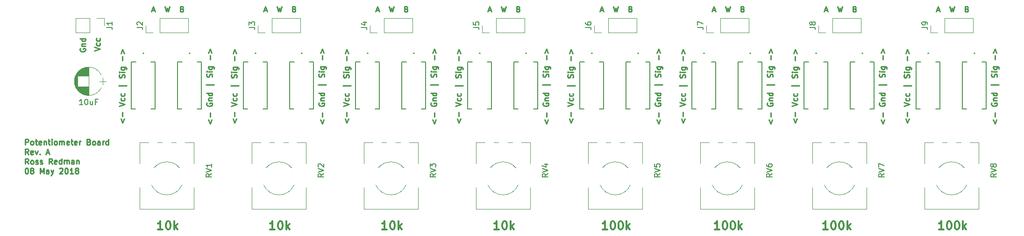
<source format=gto>
G04 #@! TF.FileFunction,Legend,Top*
%FSLAX46Y46*%
G04 Gerber Fmt 4.6, Leading zero omitted, Abs format (unit mm)*
G04 Created by KiCad (PCBNEW 4.0.7) date Tuesday, 08 May 2018 'AMt' 10:50:03 AM*
%MOMM*%
%LPD*%
G01*
G04 APERTURE LIST*
%ADD10C,0.100000*%
%ADD11C,0.250000*%
%ADD12C,0.300000*%
%ADD13C,0.120000*%
%ADD14C,0.127000*%
%ADD15C,0.200000*%
%ADD16C,0.150000*%
G04 APERTURE END LIST*
D10*
D11*
X24368095Y-123049381D02*
X24368095Y-122049381D01*
X24749048Y-122049381D01*
X24844286Y-122097000D01*
X24891905Y-122144619D01*
X24939524Y-122239857D01*
X24939524Y-122382714D01*
X24891905Y-122477952D01*
X24844286Y-122525571D01*
X24749048Y-122573190D01*
X24368095Y-122573190D01*
X25510952Y-123049381D02*
X25415714Y-123001762D01*
X25368095Y-122954143D01*
X25320476Y-122858905D01*
X25320476Y-122573190D01*
X25368095Y-122477952D01*
X25415714Y-122430333D01*
X25510952Y-122382714D01*
X25653810Y-122382714D01*
X25749048Y-122430333D01*
X25796667Y-122477952D01*
X25844286Y-122573190D01*
X25844286Y-122858905D01*
X25796667Y-122954143D01*
X25749048Y-123001762D01*
X25653810Y-123049381D01*
X25510952Y-123049381D01*
X26130000Y-122382714D02*
X26510952Y-122382714D01*
X26272857Y-122049381D02*
X26272857Y-122906524D01*
X26320476Y-123001762D01*
X26415714Y-123049381D01*
X26510952Y-123049381D01*
X27225239Y-123001762D02*
X27130001Y-123049381D01*
X26939524Y-123049381D01*
X26844286Y-123001762D01*
X26796667Y-122906524D01*
X26796667Y-122525571D01*
X26844286Y-122430333D01*
X26939524Y-122382714D01*
X27130001Y-122382714D01*
X27225239Y-122430333D01*
X27272858Y-122525571D01*
X27272858Y-122620810D01*
X26796667Y-122716048D01*
X27701429Y-122382714D02*
X27701429Y-123049381D01*
X27701429Y-122477952D02*
X27749048Y-122430333D01*
X27844286Y-122382714D01*
X27987144Y-122382714D01*
X28082382Y-122430333D01*
X28130001Y-122525571D01*
X28130001Y-123049381D01*
X28463334Y-122382714D02*
X28844286Y-122382714D01*
X28606191Y-122049381D02*
X28606191Y-122906524D01*
X28653810Y-123001762D01*
X28749048Y-123049381D01*
X28844286Y-123049381D01*
X29177620Y-123049381D02*
X29177620Y-122382714D01*
X29177620Y-122049381D02*
X29130001Y-122097000D01*
X29177620Y-122144619D01*
X29225239Y-122097000D01*
X29177620Y-122049381D01*
X29177620Y-122144619D01*
X29796667Y-123049381D02*
X29701429Y-123001762D01*
X29653810Y-122954143D01*
X29606191Y-122858905D01*
X29606191Y-122573190D01*
X29653810Y-122477952D01*
X29701429Y-122430333D01*
X29796667Y-122382714D01*
X29939525Y-122382714D01*
X30034763Y-122430333D01*
X30082382Y-122477952D01*
X30130001Y-122573190D01*
X30130001Y-122858905D01*
X30082382Y-122954143D01*
X30034763Y-123001762D01*
X29939525Y-123049381D01*
X29796667Y-123049381D01*
X30558572Y-123049381D02*
X30558572Y-122382714D01*
X30558572Y-122477952D02*
X30606191Y-122430333D01*
X30701429Y-122382714D01*
X30844287Y-122382714D01*
X30939525Y-122430333D01*
X30987144Y-122525571D01*
X30987144Y-123049381D01*
X30987144Y-122525571D02*
X31034763Y-122430333D01*
X31130001Y-122382714D01*
X31272858Y-122382714D01*
X31368096Y-122430333D01*
X31415715Y-122525571D01*
X31415715Y-123049381D01*
X32272858Y-123001762D02*
X32177620Y-123049381D01*
X31987143Y-123049381D01*
X31891905Y-123001762D01*
X31844286Y-122906524D01*
X31844286Y-122525571D01*
X31891905Y-122430333D01*
X31987143Y-122382714D01*
X32177620Y-122382714D01*
X32272858Y-122430333D01*
X32320477Y-122525571D01*
X32320477Y-122620810D01*
X31844286Y-122716048D01*
X32606191Y-122382714D02*
X32987143Y-122382714D01*
X32749048Y-122049381D02*
X32749048Y-122906524D01*
X32796667Y-123001762D01*
X32891905Y-123049381D01*
X32987143Y-123049381D01*
X33701430Y-123001762D02*
X33606192Y-123049381D01*
X33415715Y-123049381D01*
X33320477Y-123001762D01*
X33272858Y-122906524D01*
X33272858Y-122525571D01*
X33320477Y-122430333D01*
X33415715Y-122382714D01*
X33606192Y-122382714D01*
X33701430Y-122430333D01*
X33749049Y-122525571D01*
X33749049Y-122620810D01*
X33272858Y-122716048D01*
X34177620Y-123049381D02*
X34177620Y-122382714D01*
X34177620Y-122573190D02*
X34225239Y-122477952D01*
X34272858Y-122430333D01*
X34368096Y-122382714D01*
X34463335Y-122382714D01*
X35891907Y-122525571D02*
X36034764Y-122573190D01*
X36082383Y-122620810D01*
X36130002Y-122716048D01*
X36130002Y-122858905D01*
X36082383Y-122954143D01*
X36034764Y-123001762D01*
X35939526Y-123049381D01*
X35558573Y-123049381D01*
X35558573Y-122049381D01*
X35891907Y-122049381D01*
X35987145Y-122097000D01*
X36034764Y-122144619D01*
X36082383Y-122239857D01*
X36082383Y-122335095D01*
X36034764Y-122430333D01*
X35987145Y-122477952D01*
X35891907Y-122525571D01*
X35558573Y-122525571D01*
X36701430Y-123049381D02*
X36606192Y-123001762D01*
X36558573Y-122954143D01*
X36510954Y-122858905D01*
X36510954Y-122573190D01*
X36558573Y-122477952D01*
X36606192Y-122430333D01*
X36701430Y-122382714D01*
X36844288Y-122382714D01*
X36939526Y-122430333D01*
X36987145Y-122477952D01*
X37034764Y-122573190D01*
X37034764Y-122858905D01*
X36987145Y-122954143D01*
X36939526Y-123001762D01*
X36844288Y-123049381D01*
X36701430Y-123049381D01*
X37891907Y-123049381D02*
X37891907Y-122525571D01*
X37844288Y-122430333D01*
X37749050Y-122382714D01*
X37558573Y-122382714D01*
X37463335Y-122430333D01*
X37891907Y-123001762D02*
X37796669Y-123049381D01*
X37558573Y-123049381D01*
X37463335Y-123001762D01*
X37415716Y-122906524D01*
X37415716Y-122811286D01*
X37463335Y-122716048D01*
X37558573Y-122668429D01*
X37796669Y-122668429D01*
X37891907Y-122620810D01*
X38368097Y-123049381D02*
X38368097Y-122382714D01*
X38368097Y-122573190D02*
X38415716Y-122477952D01*
X38463335Y-122430333D01*
X38558573Y-122382714D01*
X38653812Y-122382714D01*
X39415717Y-123049381D02*
X39415717Y-122049381D01*
X39415717Y-123001762D02*
X39320479Y-123049381D01*
X39130002Y-123049381D01*
X39034764Y-123001762D01*
X38987145Y-122954143D01*
X38939526Y-122858905D01*
X38939526Y-122573190D01*
X38987145Y-122477952D01*
X39034764Y-122430333D01*
X39130002Y-122382714D01*
X39320479Y-122382714D01*
X39415717Y-122430333D01*
X24939524Y-124799381D02*
X24606190Y-124323190D01*
X24368095Y-124799381D02*
X24368095Y-123799381D01*
X24749048Y-123799381D01*
X24844286Y-123847000D01*
X24891905Y-123894619D01*
X24939524Y-123989857D01*
X24939524Y-124132714D01*
X24891905Y-124227952D01*
X24844286Y-124275571D01*
X24749048Y-124323190D01*
X24368095Y-124323190D01*
X25749048Y-124751762D02*
X25653810Y-124799381D01*
X25463333Y-124799381D01*
X25368095Y-124751762D01*
X25320476Y-124656524D01*
X25320476Y-124275571D01*
X25368095Y-124180333D01*
X25463333Y-124132714D01*
X25653810Y-124132714D01*
X25749048Y-124180333D01*
X25796667Y-124275571D01*
X25796667Y-124370810D01*
X25320476Y-124466048D01*
X26130000Y-124132714D02*
X26368095Y-124799381D01*
X26606191Y-124132714D01*
X26987143Y-124704143D02*
X27034762Y-124751762D01*
X26987143Y-124799381D01*
X26939524Y-124751762D01*
X26987143Y-124704143D01*
X26987143Y-124799381D01*
X28177619Y-124513667D02*
X28653810Y-124513667D01*
X28082381Y-124799381D02*
X28415714Y-123799381D01*
X28749048Y-124799381D01*
X24939524Y-126549381D02*
X24606190Y-126073190D01*
X24368095Y-126549381D02*
X24368095Y-125549381D01*
X24749048Y-125549381D01*
X24844286Y-125597000D01*
X24891905Y-125644619D01*
X24939524Y-125739857D01*
X24939524Y-125882714D01*
X24891905Y-125977952D01*
X24844286Y-126025571D01*
X24749048Y-126073190D01*
X24368095Y-126073190D01*
X25510952Y-126549381D02*
X25415714Y-126501762D01*
X25368095Y-126454143D01*
X25320476Y-126358905D01*
X25320476Y-126073190D01*
X25368095Y-125977952D01*
X25415714Y-125930333D01*
X25510952Y-125882714D01*
X25653810Y-125882714D01*
X25749048Y-125930333D01*
X25796667Y-125977952D01*
X25844286Y-126073190D01*
X25844286Y-126358905D01*
X25796667Y-126454143D01*
X25749048Y-126501762D01*
X25653810Y-126549381D01*
X25510952Y-126549381D01*
X26225238Y-126501762D02*
X26320476Y-126549381D01*
X26510952Y-126549381D01*
X26606191Y-126501762D01*
X26653810Y-126406524D01*
X26653810Y-126358905D01*
X26606191Y-126263667D01*
X26510952Y-126216048D01*
X26368095Y-126216048D01*
X26272857Y-126168429D01*
X26225238Y-126073190D01*
X26225238Y-126025571D01*
X26272857Y-125930333D01*
X26368095Y-125882714D01*
X26510952Y-125882714D01*
X26606191Y-125930333D01*
X27034762Y-126501762D02*
X27130000Y-126549381D01*
X27320476Y-126549381D01*
X27415715Y-126501762D01*
X27463334Y-126406524D01*
X27463334Y-126358905D01*
X27415715Y-126263667D01*
X27320476Y-126216048D01*
X27177619Y-126216048D01*
X27082381Y-126168429D01*
X27034762Y-126073190D01*
X27034762Y-126025571D01*
X27082381Y-125930333D01*
X27177619Y-125882714D01*
X27320476Y-125882714D01*
X27415715Y-125930333D01*
X29225239Y-126549381D02*
X28891905Y-126073190D01*
X28653810Y-126549381D02*
X28653810Y-125549381D01*
X29034763Y-125549381D01*
X29130001Y-125597000D01*
X29177620Y-125644619D01*
X29225239Y-125739857D01*
X29225239Y-125882714D01*
X29177620Y-125977952D01*
X29130001Y-126025571D01*
X29034763Y-126073190D01*
X28653810Y-126073190D01*
X30034763Y-126501762D02*
X29939525Y-126549381D01*
X29749048Y-126549381D01*
X29653810Y-126501762D01*
X29606191Y-126406524D01*
X29606191Y-126025571D01*
X29653810Y-125930333D01*
X29749048Y-125882714D01*
X29939525Y-125882714D01*
X30034763Y-125930333D01*
X30082382Y-126025571D01*
X30082382Y-126120810D01*
X29606191Y-126216048D01*
X30939525Y-126549381D02*
X30939525Y-125549381D01*
X30939525Y-126501762D02*
X30844287Y-126549381D01*
X30653810Y-126549381D01*
X30558572Y-126501762D01*
X30510953Y-126454143D01*
X30463334Y-126358905D01*
X30463334Y-126073190D01*
X30510953Y-125977952D01*
X30558572Y-125930333D01*
X30653810Y-125882714D01*
X30844287Y-125882714D01*
X30939525Y-125930333D01*
X31415715Y-126549381D02*
X31415715Y-125882714D01*
X31415715Y-125977952D02*
X31463334Y-125930333D01*
X31558572Y-125882714D01*
X31701430Y-125882714D01*
X31796668Y-125930333D01*
X31844287Y-126025571D01*
X31844287Y-126549381D01*
X31844287Y-126025571D02*
X31891906Y-125930333D01*
X31987144Y-125882714D01*
X32130001Y-125882714D01*
X32225239Y-125930333D01*
X32272858Y-126025571D01*
X32272858Y-126549381D01*
X33177620Y-126549381D02*
X33177620Y-126025571D01*
X33130001Y-125930333D01*
X33034763Y-125882714D01*
X32844286Y-125882714D01*
X32749048Y-125930333D01*
X33177620Y-126501762D02*
X33082382Y-126549381D01*
X32844286Y-126549381D01*
X32749048Y-126501762D01*
X32701429Y-126406524D01*
X32701429Y-126311286D01*
X32749048Y-126216048D01*
X32844286Y-126168429D01*
X33082382Y-126168429D01*
X33177620Y-126120810D01*
X33653810Y-125882714D02*
X33653810Y-126549381D01*
X33653810Y-125977952D02*
X33701429Y-125930333D01*
X33796667Y-125882714D01*
X33939525Y-125882714D01*
X34034763Y-125930333D01*
X34082382Y-126025571D01*
X34082382Y-126549381D01*
X24558571Y-127299381D02*
X24653810Y-127299381D01*
X24749048Y-127347000D01*
X24796667Y-127394619D01*
X24844286Y-127489857D01*
X24891905Y-127680333D01*
X24891905Y-127918429D01*
X24844286Y-128108905D01*
X24796667Y-128204143D01*
X24749048Y-128251762D01*
X24653810Y-128299381D01*
X24558571Y-128299381D01*
X24463333Y-128251762D01*
X24415714Y-128204143D01*
X24368095Y-128108905D01*
X24320476Y-127918429D01*
X24320476Y-127680333D01*
X24368095Y-127489857D01*
X24415714Y-127394619D01*
X24463333Y-127347000D01*
X24558571Y-127299381D01*
X25463333Y-127727952D02*
X25368095Y-127680333D01*
X25320476Y-127632714D01*
X25272857Y-127537476D01*
X25272857Y-127489857D01*
X25320476Y-127394619D01*
X25368095Y-127347000D01*
X25463333Y-127299381D01*
X25653810Y-127299381D01*
X25749048Y-127347000D01*
X25796667Y-127394619D01*
X25844286Y-127489857D01*
X25844286Y-127537476D01*
X25796667Y-127632714D01*
X25749048Y-127680333D01*
X25653810Y-127727952D01*
X25463333Y-127727952D01*
X25368095Y-127775571D01*
X25320476Y-127823190D01*
X25272857Y-127918429D01*
X25272857Y-128108905D01*
X25320476Y-128204143D01*
X25368095Y-128251762D01*
X25463333Y-128299381D01*
X25653810Y-128299381D01*
X25749048Y-128251762D01*
X25796667Y-128204143D01*
X25844286Y-128108905D01*
X25844286Y-127918429D01*
X25796667Y-127823190D01*
X25749048Y-127775571D01*
X25653810Y-127727952D01*
X27034762Y-128299381D02*
X27034762Y-127299381D01*
X27368096Y-128013667D01*
X27701429Y-127299381D01*
X27701429Y-128299381D01*
X28606191Y-128299381D02*
X28606191Y-127775571D01*
X28558572Y-127680333D01*
X28463334Y-127632714D01*
X28272857Y-127632714D01*
X28177619Y-127680333D01*
X28606191Y-128251762D02*
X28510953Y-128299381D01*
X28272857Y-128299381D01*
X28177619Y-128251762D01*
X28130000Y-128156524D01*
X28130000Y-128061286D01*
X28177619Y-127966048D01*
X28272857Y-127918429D01*
X28510953Y-127918429D01*
X28606191Y-127870810D01*
X28987143Y-127632714D02*
X29225238Y-128299381D01*
X29463334Y-127632714D02*
X29225238Y-128299381D01*
X29130000Y-128537476D01*
X29082381Y-128585095D01*
X28987143Y-128632714D01*
X30558572Y-127394619D02*
X30606191Y-127347000D01*
X30701429Y-127299381D01*
X30939525Y-127299381D01*
X31034763Y-127347000D01*
X31082382Y-127394619D01*
X31130001Y-127489857D01*
X31130001Y-127585095D01*
X31082382Y-127727952D01*
X30510953Y-128299381D01*
X31130001Y-128299381D01*
X31749048Y-127299381D02*
X31844287Y-127299381D01*
X31939525Y-127347000D01*
X31987144Y-127394619D01*
X32034763Y-127489857D01*
X32082382Y-127680333D01*
X32082382Y-127918429D01*
X32034763Y-128108905D01*
X31987144Y-128204143D01*
X31939525Y-128251762D01*
X31844287Y-128299381D01*
X31749048Y-128299381D01*
X31653810Y-128251762D01*
X31606191Y-128204143D01*
X31558572Y-128108905D01*
X31510953Y-127918429D01*
X31510953Y-127680333D01*
X31558572Y-127489857D01*
X31606191Y-127394619D01*
X31653810Y-127347000D01*
X31749048Y-127299381D01*
X33034763Y-128299381D02*
X32463334Y-128299381D01*
X32749048Y-128299381D02*
X32749048Y-127299381D01*
X32653810Y-127442238D01*
X32558572Y-127537476D01*
X32463334Y-127585095D01*
X33606191Y-127727952D02*
X33510953Y-127680333D01*
X33463334Y-127632714D01*
X33415715Y-127537476D01*
X33415715Y-127489857D01*
X33463334Y-127394619D01*
X33510953Y-127347000D01*
X33606191Y-127299381D01*
X33796668Y-127299381D01*
X33891906Y-127347000D01*
X33939525Y-127394619D01*
X33987144Y-127489857D01*
X33987144Y-127537476D01*
X33939525Y-127632714D01*
X33891906Y-127680333D01*
X33796668Y-127727952D01*
X33606191Y-127727952D01*
X33510953Y-127775571D01*
X33463334Y-127823190D01*
X33415715Y-127918429D01*
X33415715Y-128108905D01*
X33463334Y-128204143D01*
X33510953Y-128251762D01*
X33606191Y-128299381D01*
X33796668Y-128299381D01*
X33891906Y-128251762D01*
X33939525Y-128204143D01*
X33987144Y-128108905D01*
X33987144Y-127918429D01*
X33939525Y-127823190D01*
X33891906Y-127775571D01*
X33796668Y-127727952D01*
X34298000Y-105544857D02*
X34250381Y-105640095D01*
X34250381Y-105782952D01*
X34298000Y-105925810D01*
X34393238Y-106021048D01*
X34488476Y-106068667D01*
X34678952Y-106116286D01*
X34821810Y-106116286D01*
X35012286Y-106068667D01*
X35107524Y-106021048D01*
X35202762Y-105925810D01*
X35250381Y-105782952D01*
X35250381Y-105687714D01*
X35202762Y-105544857D01*
X35155143Y-105497238D01*
X34821810Y-105497238D01*
X34821810Y-105687714D01*
X34583714Y-105068667D02*
X35250381Y-105068667D01*
X34678952Y-105068667D02*
X34631333Y-105021048D01*
X34583714Y-104925810D01*
X34583714Y-104782952D01*
X34631333Y-104687714D01*
X34726571Y-104640095D01*
X35250381Y-104640095D01*
X35250381Y-103735333D02*
X34250381Y-103735333D01*
X35202762Y-103735333D02*
X35250381Y-103830571D01*
X35250381Y-104021048D01*
X35202762Y-104116286D01*
X35155143Y-104163905D01*
X35059905Y-104211524D01*
X34774190Y-104211524D01*
X34678952Y-104163905D01*
X34631333Y-104116286D01*
X34583714Y-104021048D01*
X34583714Y-103830571D01*
X34631333Y-103735333D01*
X36917381Y-105965476D02*
X37917381Y-105632143D01*
X36917381Y-105298809D01*
X37869762Y-104536904D02*
X37917381Y-104632142D01*
X37917381Y-104822619D01*
X37869762Y-104917857D01*
X37822143Y-104965476D01*
X37726905Y-105013095D01*
X37441190Y-105013095D01*
X37345952Y-104965476D01*
X37298333Y-104917857D01*
X37250714Y-104822619D01*
X37250714Y-104632142D01*
X37298333Y-104536904D01*
X37869762Y-103679761D02*
X37917381Y-103774999D01*
X37917381Y-103965476D01*
X37869762Y-104060714D01*
X37822143Y-104108333D01*
X37726905Y-104155952D01*
X37441190Y-104155952D01*
X37345952Y-104108333D01*
X37298333Y-104060714D01*
X37250714Y-103965476D01*
X37250714Y-103774999D01*
X37298333Y-103679761D01*
X47331666Y-98591667D02*
X47807857Y-98591667D01*
X47236428Y-98877381D02*
X47569761Y-97877381D01*
X47903095Y-98877381D01*
X49665000Y-97877381D02*
X49903095Y-98877381D01*
X50093572Y-98163095D01*
X50284048Y-98877381D01*
X50522143Y-97877381D01*
X52760239Y-98353571D02*
X52903096Y-98401190D01*
X52950715Y-98448810D01*
X52998334Y-98544048D01*
X52998334Y-98686905D01*
X52950715Y-98782143D01*
X52903096Y-98829762D01*
X52807858Y-98877381D01*
X52426905Y-98877381D01*
X52426905Y-97877381D01*
X52760239Y-97877381D01*
X52855477Y-97925000D01*
X52903096Y-97972619D01*
X52950715Y-98067857D01*
X52950715Y-98163095D01*
X52903096Y-98258333D01*
X52855477Y-98305952D01*
X52760239Y-98353571D01*
X52426905Y-98353571D01*
X67651666Y-98591667D02*
X68127857Y-98591667D01*
X67556428Y-98877381D02*
X67889761Y-97877381D01*
X68223095Y-98877381D01*
X69985000Y-97877381D02*
X70223095Y-98877381D01*
X70413572Y-98163095D01*
X70604048Y-98877381D01*
X70842143Y-97877381D01*
X73080239Y-98353571D02*
X73223096Y-98401190D01*
X73270715Y-98448810D01*
X73318334Y-98544048D01*
X73318334Y-98686905D01*
X73270715Y-98782143D01*
X73223096Y-98829762D01*
X73127858Y-98877381D01*
X72746905Y-98877381D01*
X72746905Y-97877381D01*
X73080239Y-97877381D01*
X73175477Y-97925000D01*
X73223096Y-97972619D01*
X73270715Y-98067857D01*
X73270715Y-98163095D01*
X73223096Y-98258333D01*
X73175477Y-98305952D01*
X73080239Y-98353571D01*
X72746905Y-98353571D01*
X87971666Y-98591667D02*
X88447857Y-98591667D01*
X87876428Y-98877381D02*
X88209761Y-97877381D01*
X88543095Y-98877381D01*
X90305000Y-97877381D02*
X90543095Y-98877381D01*
X90733572Y-98163095D01*
X90924048Y-98877381D01*
X91162143Y-97877381D01*
X93400239Y-98353571D02*
X93543096Y-98401190D01*
X93590715Y-98448810D01*
X93638334Y-98544048D01*
X93638334Y-98686905D01*
X93590715Y-98782143D01*
X93543096Y-98829762D01*
X93447858Y-98877381D01*
X93066905Y-98877381D01*
X93066905Y-97877381D01*
X93400239Y-97877381D01*
X93495477Y-97925000D01*
X93543096Y-97972619D01*
X93590715Y-98067857D01*
X93590715Y-98163095D01*
X93543096Y-98258333D01*
X93495477Y-98305952D01*
X93400239Y-98353571D01*
X93066905Y-98353571D01*
X108291666Y-98591667D02*
X108767857Y-98591667D01*
X108196428Y-98877381D02*
X108529761Y-97877381D01*
X108863095Y-98877381D01*
X110625000Y-97877381D02*
X110863095Y-98877381D01*
X111053572Y-98163095D01*
X111244048Y-98877381D01*
X111482143Y-97877381D01*
X113720239Y-98353571D02*
X113863096Y-98401190D01*
X113910715Y-98448810D01*
X113958334Y-98544048D01*
X113958334Y-98686905D01*
X113910715Y-98782143D01*
X113863096Y-98829762D01*
X113767858Y-98877381D01*
X113386905Y-98877381D01*
X113386905Y-97877381D01*
X113720239Y-97877381D01*
X113815477Y-97925000D01*
X113863096Y-97972619D01*
X113910715Y-98067857D01*
X113910715Y-98163095D01*
X113863096Y-98258333D01*
X113815477Y-98305952D01*
X113720239Y-98353571D01*
X113386905Y-98353571D01*
X128611666Y-98591667D02*
X129087857Y-98591667D01*
X128516428Y-98877381D02*
X128849761Y-97877381D01*
X129183095Y-98877381D01*
X130945000Y-97877381D02*
X131183095Y-98877381D01*
X131373572Y-98163095D01*
X131564048Y-98877381D01*
X131802143Y-97877381D01*
X134040239Y-98353571D02*
X134183096Y-98401190D01*
X134230715Y-98448810D01*
X134278334Y-98544048D01*
X134278334Y-98686905D01*
X134230715Y-98782143D01*
X134183096Y-98829762D01*
X134087858Y-98877381D01*
X133706905Y-98877381D01*
X133706905Y-97877381D01*
X134040239Y-97877381D01*
X134135477Y-97925000D01*
X134183096Y-97972619D01*
X134230715Y-98067857D01*
X134230715Y-98163095D01*
X134183096Y-98258333D01*
X134135477Y-98305952D01*
X134040239Y-98353571D01*
X133706905Y-98353571D01*
X148931666Y-98591667D02*
X149407857Y-98591667D01*
X148836428Y-98877381D02*
X149169761Y-97877381D01*
X149503095Y-98877381D01*
X151265000Y-97877381D02*
X151503095Y-98877381D01*
X151693572Y-98163095D01*
X151884048Y-98877381D01*
X152122143Y-97877381D01*
X154360239Y-98353571D02*
X154503096Y-98401190D01*
X154550715Y-98448810D01*
X154598334Y-98544048D01*
X154598334Y-98686905D01*
X154550715Y-98782143D01*
X154503096Y-98829762D01*
X154407858Y-98877381D01*
X154026905Y-98877381D01*
X154026905Y-97877381D01*
X154360239Y-97877381D01*
X154455477Y-97925000D01*
X154503096Y-97972619D01*
X154550715Y-98067857D01*
X154550715Y-98163095D01*
X154503096Y-98258333D01*
X154455477Y-98305952D01*
X154360239Y-98353571D01*
X154026905Y-98353571D01*
X169251666Y-98591667D02*
X169727857Y-98591667D01*
X169156428Y-98877381D02*
X169489761Y-97877381D01*
X169823095Y-98877381D01*
X171585000Y-97877381D02*
X171823095Y-98877381D01*
X172013572Y-98163095D01*
X172204048Y-98877381D01*
X172442143Y-97877381D01*
X174680239Y-98353571D02*
X174823096Y-98401190D01*
X174870715Y-98448810D01*
X174918334Y-98544048D01*
X174918334Y-98686905D01*
X174870715Y-98782143D01*
X174823096Y-98829762D01*
X174727858Y-98877381D01*
X174346905Y-98877381D01*
X174346905Y-97877381D01*
X174680239Y-97877381D01*
X174775477Y-97925000D01*
X174823096Y-97972619D01*
X174870715Y-98067857D01*
X174870715Y-98163095D01*
X174823096Y-98258333D01*
X174775477Y-98305952D01*
X174680239Y-98353571D01*
X174346905Y-98353571D01*
X189571666Y-98591667D02*
X190047857Y-98591667D01*
X189476428Y-98877381D02*
X189809761Y-97877381D01*
X190143095Y-98877381D01*
X191905000Y-97877381D02*
X192143095Y-98877381D01*
X192333572Y-98163095D01*
X192524048Y-98877381D01*
X192762143Y-97877381D01*
X195000239Y-98353571D02*
X195143096Y-98401190D01*
X195190715Y-98448810D01*
X195238334Y-98544048D01*
X195238334Y-98686905D01*
X195190715Y-98782143D01*
X195143096Y-98829762D01*
X195047858Y-98877381D01*
X194666905Y-98877381D01*
X194666905Y-97877381D01*
X195000239Y-97877381D01*
X195095477Y-97925000D01*
X195143096Y-97972619D01*
X195190715Y-98067857D01*
X195190715Y-98163095D01*
X195143096Y-98258333D01*
X195095477Y-98305952D01*
X195000239Y-98353571D01*
X194666905Y-98353571D01*
X183935714Y-118323571D02*
X184221429Y-119085476D01*
X184507143Y-118323571D01*
X184221429Y-117847381D02*
X184221429Y-117085476D01*
X183602381Y-115990238D02*
X184602381Y-115656905D01*
X183602381Y-115323571D01*
X184554762Y-114561666D02*
X184602381Y-114656904D01*
X184602381Y-114847381D01*
X184554762Y-114942619D01*
X184507143Y-114990238D01*
X184411905Y-115037857D01*
X184126190Y-115037857D01*
X184030952Y-114990238D01*
X183983333Y-114942619D01*
X183935714Y-114847381D01*
X183935714Y-114656904D01*
X183983333Y-114561666D01*
X184554762Y-113704523D02*
X184602381Y-113799761D01*
X184602381Y-113990238D01*
X184554762Y-114085476D01*
X184507143Y-114133095D01*
X184411905Y-114180714D01*
X184126190Y-114180714D01*
X184030952Y-114133095D01*
X183983333Y-114085476D01*
X183935714Y-113990238D01*
X183935714Y-113799761D01*
X183983333Y-113704523D01*
X184935714Y-112275952D02*
X183507143Y-112275952D01*
X184554762Y-110847380D02*
X184602381Y-110704523D01*
X184602381Y-110466427D01*
X184554762Y-110371189D01*
X184507143Y-110323570D01*
X184411905Y-110275951D01*
X184316667Y-110275951D01*
X184221429Y-110323570D01*
X184173810Y-110371189D01*
X184126190Y-110466427D01*
X184078571Y-110656904D01*
X184030952Y-110752142D01*
X183983333Y-110799761D01*
X183888095Y-110847380D01*
X183792857Y-110847380D01*
X183697619Y-110799761D01*
X183650000Y-110752142D01*
X183602381Y-110656904D01*
X183602381Y-110418808D01*
X183650000Y-110275951D01*
X184602381Y-109847380D02*
X183935714Y-109847380D01*
X183602381Y-109847380D02*
X183650000Y-109894999D01*
X183697619Y-109847380D01*
X183650000Y-109799761D01*
X183602381Y-109847380D01*
X183697619Y-109847380D01*
X183935714Y-108942618D02*
X184745238Y-108942618D01*
X184840476Y-108990237D01*
X184888095Y-109037856D01*
X184935714Y-109133095D01*
X184935714Y-109275952D01*
X184888095Y-109371190D01*
X184554762Y-108942618D02*
X184602381Y-109037856D01*
X184602381Y-109228333D01*
X184554762Y-109323571D01*
X184507143Y-109371190D01*
X184411905Y-109418809D01*
X184126190Y-109418809D01*
X184030952Y-109371190D01*
X183983333Y-109323571D01*
X183935714Y-109228333D01*
X183935714Y-109037856D01*
X183983333Y-108942618D01*
X184221429Y-107704523D02*
X184221429Y-106942618D01*
X183935714Y-106466428D02*
X184221429Y-105704523D01*
X184507143Y-106466428D01*
X163615714Y-118323571D02*
X163901429Y-119085476D01*
X164187143Y-118323571D01*
X163901429Y-117847381D02*
X163901429Y-117085476D01*
X163282381Y-115990238D02*
X164282381Y-115656905D01*
X163282381Y-115323571D01*
X164234762Y-114561666D02*
X164282381Y-114656904D01*
X164282381Y-114847381D01*
X164234762Y-114942619D01*
X164187143Y-114990238D01*
X164091905Y-115037857D01*
X163806190Y-115037857D01*
X163710952Y-114990238D01*
X163663333Y-114942619D01*
X163615714Y-114847381D01*
X163615714Y-114656904D01*
X163663333Y-114561666D01*
X164234762Y-113704523D02*
X164282381Y-113799761D01*
X164282381Y-113990238D01*
X164234762Y-114085476D01*
X164187143Y-114133095D01*
X164091905Y-114180714D01*
X163806190Y-114180714D01*
X163710952Y-114133095D01*
X163663333Y-114085476D01*
X163615714Y-113990238D01*
X163615714Y-113799761D01*
X163663333Y-113704523D01*
X164615714Y-112275952D02*
X163187143Y-112275952D01*
X164234762Y-110847380D02*
X164282381Y-110704523D01*
X164282381Y-110466427D01*
X164234762Y-110371189D01*
X164187143Y-110323570D01*
X164091905Y-110275951D01*
X163996667Y-110275951D01*
X163901429Y-110323570D01*
X163853810Y-110371189D01*
X163806190Y-110466427D01*
X163758571Y-110656904D01*
X163710952Y-110752142D01*
X163663333Y-110799761D01*
X163568095Y-110847380D01*
X163472857Y-110847380D01*
X163377619Y-110799761D01*
X163330000Y-110752142D01*
X163282381Y-110656904D01*
X163282381Y-110418808D01*
X163330000Y-110275951D01*
X164282381Y-109847380D02*
X163615714Y-109847380D01*
X163282381Y-109847380D02*
X163330000Y-109894999D01*
X163377619Y-109847380D01*
X163330000Y-109799761D01*
X163282381Y-109847380D01*
X163377619Y-109847380D01*
X163615714Y-108942618D02*
X164425238Y-108942618D01*
X164520476Y-108990237D01*
X164568095Y-109037856D01*
X164615714Y-109133095D01*
X164615714Y-109275952D01*
X164568095Y-109371190D01*
X164234762Y-108942618D02*
X164282381Y-109037856D01*
X164282381Y-109228333D01*
X164234762Y-109323571D01*
X164187143Y-109371190D01*
X164091905Y-109418809D01*
X163806190Y-109418809D01*
X163710952Y-109371190D01*
X163663333Y-109323571D01*
X163615714Y-109228333D01*
X163615714Y-109037856D01*
X163663333Y-108942618D01*
X163901429Y-107704523D02*
X163901429Y-106942618D01*
X163615714Y-106466428D02*
X163901429Y-105704523D01*
X164187143Y-106466428D01*
X143295714Y-118323571D02*
X143581429Y-119085476D01*
X143867143Y-118323571D01*
X143581429Y-117847381D02*
X143581429Y-117085476D01*
X142962381Y-115990238D02*
X143962381Y-115656905D01*
X142962381Y-115323571D01*
X143914762Y-114561666D02*
X143962381Y-114656904D01*
X143962381Y-114847381D01*
X143914762Y-114942619D01*
X143867143Y-114990238D01*
X143771905Y-115037857D01*
X143486190Y-115037857D01*
X143390952Y-114990238D01*
X143343333Y-114942619D01*
X143295714Y-114847381D01*
X143295714Y-114656904D01*
X143343333Y-114561666D01*
X143914762Y-113704523D02*
X143962381Y-113799761D01*
X143962381Y-113990238D01*
X143914762Y-114085476D01*
X143867143Y-114133095D01*
X143771905Y-114180714D01*
X143486190Y-114180714D01*
X143390952Y-114133095D01*
X143343333Y-114085476D01*
X143295714Y-113990238D01*
X143295714Y-113799761D01*
X143343333Y-113704523D01*
X144295714Y-112275952D02*
X142867143Y-112275952D01*
X143914762Y-110847380D02*
X143962381Y-110704523D01*
X143962381Y-110466427D01*
X143914762Y-110371189D01*
X143867143Y-110323570D01*
X143771905Y-110275951D01*
X143676667Y-110275951D01*
X143581429Y-110323570D01*
X143533810Y-110371189D01*
X143486190Y-110466427D01*
X143438571Y-110656904D01*
X143390952Y-110752142D01*
X143343333Y-110799761D01*
X143248095Y-110847380D01*
X143152857Y-110847380D01*
X143057619Y-110799761D01*
X143010000Y-110752142D01*
X142962381Y-110656904D01*
X142962381Y-110418808D01*
X143010000Y-110275951D01*
X143962381Y-109847380D02*
X143295714Y-109847380D01*
X142962381Y-109847380D02*
X143010000Y-109894999D01*
X143057619Y-109847380D01*
X143010000Y-109799761D01*
X142962381Y-109847380D01*
X143057619Y-109847380D01*
X143295714Y-108942618D02*
X144105238Y-108942618D01*
X144200476Y-108990237D01*
X144248095Y-109037856D01*
X144295714Y-109133095D01*
X144295714Y-109275952D01*
X144248095Y-109371190D01*
X143914762Y-108942618D02*
X143962381Y-109037856D01*
X143962381Y-109228333D01*
X143914762Y-109323571D01*
X143867143Y-109371190D01*
X143771905Y-109418809D01*
X143486190Y-109418809D01*
X143390952Y-109371190D01*
X143343333Y-109323571D01*
X143295714Y-109228333D01*
X143295714Y-109037856D01*
X143343333Y-108942618D01*
X143581429Y-107704523D02*
X143581429Y-106942618D01*
X143295714Y-106466428D02*
X143581429Y-105704523D01*
X143867143Y-106466428D01*
X199810714Y-118442619D02*
X200096429Y-119204524D01*
X200382143Y-118442619D01*
X200096429Y-117966429D02*
X200096429Y-117204524D01*
X199525000Y-115442619D02*
X199477381Y-115537857D01*
X199477381Y-115680714D01*
X199525000Y-115823572D01*
X199620238Y-115918810D01*
X199715476Y-115966429D01*
X199905952Y-116014048D01*
X200048810Y-116014048D01*
X200239286Y-115966429D01*
X200334524Y-115918810D01*
X200429762Y-115823572D01*
X200477381Y-115680714D01*
X200477381Y-115585476D01*
X200429762Y-115442619D01*
X200382143Y-115395000D01*
X200048810Y-115395000D01*
X200048810Y-115585476D01*
X199810714Y-114966429D02*
X200477381Y-114966429D01*
X199905952Y-114966429D02*
X199858333Y-114918810D01*
X199810714Y-114823572D01*
X199810714Y-114680714D01*
X199858333Y-114585476D01*
X199953571Y-114537857D01*
X200477381Y-114537857D01*
X200477381Y-113633095D02*
X199477381Y-113633095D01*
X200429762Y-113633095D02*
X200477381Y-113728333D01*
X200477381Y-113918810D01*
X200429762Y-114014048D01*
X200382143Y-114061667D01*
X200286905Y-114109286D01*
X200001190Y-114109286D01*
X199905952Y-114061667D01*
X199858333Y-114014048D01*
X199810714Y-113918810D01*
X199810714Y-113728333D01*
X199858333Y-113633095D01*
X200810714Y-112156905D02*
X199382143Y-112156905D01*
X200429762Y-110728333D02*
X200477381Y-110585476D01*
X200477381Y-110347380D01*
X200429762Y-110252142D01*
X200382143Y-110204523D01*
X200286905Y-110156904D01*
X200191667Y-110156904D01*
X200096429Y-110204523D01*
X200048810Y-110252142D01*
X200001190Y-110347380D01*
X199953571Y-110537857D01*
X199905952Y-110633095D01*
X199858333Y-110680714D01*
X199763095Y-110728333D01*
X199667857Y-110728333D01*
X199572619Y-110680714D01*
X199525000Y-110633095D01*
X199477381Y-110537857D01*
X199477381Y-110299761D01*
X199525000Y-110156904D01*
X200477381Y-109728333D02*
X199810714Y-109728333D01*
X199477381Y-109728333D02*
X199525000Y-109775952D01*
X199572619Y-109728333D01*
X199525000Y-109680714D01*
X199477381Y-109728333D01*
X199572619Y-109728333D01*
X199810714Y-108823571D02*
X200620238Y-108823571D01*
X200715476Y-108871190D01*
X200763095Y-108918809D01*
X200810714Y-109014048D01*
X200810714Y-109156905D01*
X200763095Y-109252143D01*
X200429762Y-108823571D02*
X200477381Y-108918809D01*
X200477381Y-109109286D01*
X200429762Y-109204524D01*
X200382143Y-109252143D01*
X200286905Y-109299762D01*
X200001190Y-109299762D01*
X199905952Y-109252143D01*
X199858333Y-109204524D01*
X199810714Y-109109286D01*
X199810714Y-108918809D01*
X199858333Y-108823571D01*
X200096429Y-107585476D02*
X200096429Y-106823571D01*
X199810714Y-106347381D02*
X200096429Y-105585476D01*
X200382143Y-106347381D01*
X179490714Y-118442619D02*
X179776429Y-119204524D01*
X180062143Y-118442619D01*
X179776429Y-117966429D02*
X179776429Y-117204524D01*
X179205000Y-115442619D02*
X179157381Y-115537857D01*
X179157381Y-115680714D01*
X179205000Y-115823572D01*
X179300238Y-115918810D01*
X179395476Y-115966429D01*
X179585952Y-116014048D01*
X179728810Y-116014048D01*
X179919286Y-115966429D01*
X180014524Y-115918810D01*
X180109762Y-115823572D01*
X180157381Y-115680714D01*
X180157381Y-115585476D01*
X180109762Y-115442619D01*
X180062143Y-115395000D01*
X179728810Y-115395000D01*
X179728810Y-115585476D01*
X179490714Y-114966429D02*
X180157381Y-114966429D01*
X179585952Y-114966429D02*
X179538333Y-114918810D01*
X179490714Y-114823572D01*
X179490714Y-114680714D01*
X179538333Y-114585476D01*
X179633571Y-114537857D01*
X180157381Y-114537857D01*
X180157381Y-113633095D02*
X179157381Y-113633095D01*
X180109762Y-113633095D02*
X180157381Y-113728333D01*
X180157381Y-113918810D01*
X180109762Y-114014048D01*
X180062143Y-114061667D01*
X179966905Y-114109286D01*
X179681190Y-114109286D01*
X179585952Y-114061667D01*
X179538333Y-114014048D01*
X179490714Y-113918810D01*
X179490714Y-113728333D01*
X179538333Y-113633095D01*
X180490714Y-112156905D02*
X179062143Y-112156905D01*
X180109762Y-110728333D02*
X180157381Y-110585476D01*
X180157381Y-110347380D01*
X180109762Y-110252142D01*
X180062143Y-110204523D01*
X179966905Y-110156904D01*
X179871667Y-110156904D01*
X179776429Y-110204523D01*
X179728810Y-110252142D01*
X179681190Y-110347380D01*
X179633571Y-110537857D01*
X179585952Y-110633095D01*
X179538333Y-110680714D01*
X179443095Y-110728333D01*
X179347857Y-110728333D01*
X179252619Y-110680714D01*
X179205000Y-110633095D01*
X179157381Y-110537857D01*
X179157381Y-110299761D01*
X179205000Y-110156904D01*
X180157381Y-109728333D02*
X179490714Y-109728333D01*
X179157381Y-109728333D02*
X179205000Y-109775952D01*
X179252619Y-109728333D01*
X179205000Y-109680714D01*
X179157381Y-109728333D01*
X179252619Y-109728333D01*
X179490714Y-108823571D02*
X180300238Y-108823571D01*
X180395476Y-108871190D01*
X180443095Y-108918809D01*
X180490714Y-109014048D01*
X180490714Y-109156905D01*
X180443095Y-109252143D01*
X180109762Y-108823571D02*
X180157381Y-108918809D01*
X180157381Y-109109286D01*
X180109762Y-109204524D01*
X180062143Y-109252143D01*
X179966905Y-109299762D01*
X179681190Y-109299762D01*
X179585952Y-109252143D01*
X179538333Y-109204524D01*
X179490714Y-109109286D01*
X179490714Y-108918809D01*
X179538333Y-108823571D01*
X179776429Y-107585476D02*
X179776429Y-106823571D01*
X179490714Y-106347381D02*
X179776429Y-105585476D01*
X180062143Y-106347381D01*
X159170714Y-118442619D02*
X159456429Y-119204524D01*
X159742143Y-118442619D01*
X159456429Y-117966429D02*
X159456429Y-117204524D01*
X158885000Y-115442619D02*
X158837381Y-115537857D01*
X158837381Y-115680714D01*
X158885000Y-115823572D01*
X158980238Y-115918810D01*
X159075476Y-115966429D01*
X159265952Y-116014048D01*
X159408810Y-116014048D01*
X159599286Y-115966429D01*
X159694524Y-115918810D01*
X159789762Y-115823572D01*
X159837381Y-115680714D01*
X159837381Y-115585476D01*
X159789762Y-115442619D01*
X159742143Y-115395000D01*
X159408810Y-115395000D01*
X159408810Y-115585476D01*
X159170714Y-114966429D02*
X159837381Y-114966429D01*
X159265952Y-114966429D02*
X159218333Y-114918810D01*
X159170714Y-114823572D01*
X159170714Y-114680714D01*
X159218333Y-114585476D01*
X159313571Y-114537857D01*
X159837381Y-114537857D01*
X159837381Y-113633095D02*
X158837381Y-113633095D01*
X159789762Y-113633095D02*
X159837381Y-113728333D01*
X159837381Y-113918810D01*
X159789762Y-114014048D01*
X159742143Y-114061667D01*
X159646905Y-114109286D01*
X159361190Y-114109286D01*
X159265952Y-114061667D01*
X159218333Y-114014048D01*
X159170714Y-113918810D01*
X159170714Y-113728333D01*
X159218333Y-113633095D01*
X160170714Y-112156905D02*
X158742143Y-112156905D01*
X159789762Y-110728333D02*
X159837381Y-110585476D01*
X159837381Y-110347380D01*
X159789762Y-110252142D01*
X159742143Y-110204523D01*
X159646905Y-110156904D01*
X159551667Y-110156904D01*
X159456429Y-110204523D01*
X159408810Y-110252142D01*
X159361190Y-110347380D01*
X159313571Y-110537857D01*
X159265952Y-110633095D01*
X159218333Y-110680714D01*
X159123095Y-110728333D01*
X159027857Y-110728333D01*
X158932619Y-110680714D01*
X158885000Y-110633095D01*
X158837381Y-110537857D01*
X158837381Y-110299761D01*
X158885000Y-110156904D01*
X159837381Y-109728333D02*
X159170714Y-109728333D01*
X158837381Y-109728333D02*
X158885000Y-109775952D01*
X158932619Y-109728333D01*
X158885000Y-109680714D01*
X158837381Y-109728333D01*
X158932619Y-109728333D01*
X159170714Y-108823571D02*
X159980238Y-108823571D01*
X160075476Y-108871190D01*
X160123095Y-108918809D01*
X160170714Y-109014048D01*
X160170714Y-109156905D01*
X160123095Y-109252143D01*
X159789762Y-108823571D02*
X159837381Y-108918809D01*
X159837381Y-109109286D01*
X159789762Y-109204524D01*
X159742143Y-109252143D01*
X159646905Y-109299762D01*
X159361190Y-109299762D01*
X159265952Y-109252143D01*
X159218333Y-109204524D01*
X159170714Y-109109286D01*
X159170714Y-108918809D01*
X159218333Y-108823571D01*
X159456429Y-107585476D02*
X159456429Y-106823571D01*
X159170714Y-106347381D02*
X159456429Y-105585476D01*
X159742143Y-106347381D01*
X122975714Y-118323571D02*
X123261429Y-119085476D01*
X123547143Y-118323571D01*
X123261429Y-117847381D02*
X123261429Y-117085476D01*
X122642381Y-115990238D02*
X123642381Y-115656905D01*
X122642381Y-115323571D01*
X123594762Y-114561666D02*
X123642381Y-114656904D01*
X123642381Y-114847381D01*
X123594762Y-114942619D01*
X123547143Y-114990238D01*
X123451905Y-115037857D01*
X123166190Y-115037857D01*
X123070952Y-114990238D01*
X123023333Y-114942619D01*
X122975714Y-114847381D01*
X122975714Y-114656904D01*
X123023333Y-114561666D01*
X123594762Y-113704523D02*
X123642381Y-113799761D01*
X123642381Y-113990238D01*
X123594762Y-114085476D01*
X123547143Y-114133095D01*
X123451905Y-114180714D01*
X123166190Y-114180714D01*
X123070952Y-114133095D01*
X123023333Y-114085476D01*
X122975714Y-113990238D01*
X122975714Y-113799761D01*
X123023333Y-113704523D01*
X123975714Y-112275952D02*
X122547143Y-112275952D01*
X123594762Y-110847380D02*
X123642381Y-110704523D01*
X123642381Y-110466427D01*
X123594762Y-110371189D01*
X123547143Y-110323570D01*
X123451905Y-110275951D01*
X123356667Y-110275951D01*
X123261429Y-110323570D01*
X123213810Y-110371189D01*
X123166190Y-110466427D01*
X123118571Y-110656904D01*
X123070952Y-110752142D01*
X123023333Y-110799761D01*
X122928095Y-110847380D01*
X122832857Y-110847380D01*
X122737619Y-110799761D01*
X122690000Y-110752142D01*
X122642381Y-110656904D01*
X122642381Y-110418808D01*
X122690000Y-110275951D01*
X123642381Y-109847380D02*
X122975714Y-109847380D01*
X122642381Y-109847380D02*
X122690000Y-109894999D01*
X122737619Y-109847380D01*
X122690000Y-109799761D01*
X122642381Y-109847380D01*
X122737619Y-109847380D01*
X122975714Y-108942618D02*
X123785238Y-108942618D01*
X123880476Y-108990237D01*
X123928095Y-109037856D01*
X123975714Y-109133095D01*
X123975714Y-109275952D01*
X123928095Y-109371190D01*
X123594762Y-108942618D02*
X123642381Y-109037856D01*
X123642381Y-109228333D01*
X123594762Y-109323571D01*
X123547143Y-109371190D01*
X123451905Y-109418809D01*
X123166190Y-109418809D01*
X123070952Y-109371190D01*
X123023333Y-109323571D01*
X122975714Y-109228333D01*
X122975714Y-109037856D01*
X123023333Y-108942618D01*
X123261429Y-107704523D02*
X123261429Y-106942618D01*
X122975714Y-106466428D02*
X123261429Y-105704523D01*
X123547143Y-106466428D01*
X138850714Y-118442619D02*
X139136429Y-119204524D01*
X139422143Y-118442619D01*
X139136429Y-117966429D02*
X139136429Y-117204524D01*
X138565000Y-115442619D02*
X138517381Y-115537857D01*
X138517381Y-115680714D01*
X138565000Y-115823572D01*
X138660238Y-115918810D01*
X138755476Y-115966429D01*
X138945952Y-116014048D01*
X139088810Y-116014048D01*
X139279286Y-115966429D01*
X139374524Y-115918810D01*
X139469762Y-115823572D01*
X139517381Y-115680714D01*
X139517381Y-115585476D01*
X139469762Y-115442619D01*
X139422143Y-115395000D01*
X139088810Y-115395000D01*
X139088810Y-115585476D01*
X138850714Y-114966429D02*
X139517381Y-114966429D01*
X138945952Y-114966429D02*
X138898333Y-114918810D01*
X138850714Y-114823572D01*
X138850714Y-114680714D01*
X138898333Y-114585476D01*
X138993571Y-114537857D01*
X139517381Y-114537857D01*
X139517381Y-113633095D02*
X138517381Y-113633095D01*
X139469762Y-113633095D02*
X139517381Y-113728333D01*
X139517381Y-113918810D01*
X139469762Y-114014048D01*
X139422143Y-114061667D01*
X139326905Y-114109286D01*
X139041190Y-114109286D01*
X138945952Y-114061667D01*
X138898333Y-114014048D01*
X138850714Y-113918810D01*
X138850714Y-113728333D01*
X138898333Y-113633095D01*
X139850714Y-112156905D02*
X138422143Y-112156905D01*
X139469762Y-110728333D02*
X139517381Y-110585476D01*
X139517381Y-110347380D01*
X139469762Y-110252142D01*
X139422143Y-110204523D01*
X139326905Y-110156904D01*
X139231667Y-110156904D01*
X139136429Y-110204523D01*
X139088810Y-110252142D01*
X139041190Y-110347380D01*
X138993571Y-110537857D01*
X138945952Y-110633095D01*
X138898333Y-110680714D01*
X138803095Y-110728333D01*
X138707857Y-110728333D01*
X138612619Y-110680714D01*
X138565000Y-110633095D01*
X138517381Y-110537857D01*
X138517381Y-110299761D01*
X138565000Y-110156904D01*
X139517381Y-109728333D02*
X138850714Y-109728333D01*
X138517381Y-109728333D02*
X138565000Y-109775952D01*
X138612619Y-109728333D01*
X138565000Y-109680714D01*
X138517381Y-109728333D01*
X138612619Y-109728333D01*
X138850714Y-108823571D02*
X139660238Y-108823571D01*
X139755476Y-108871190D01*
X139803095Y-108918809D01*
X139850714Y-109014048D01*
X139850714Y-109156905D01*
X139803095Y-109252143D01*
X139469762Y-108823571D02*
X139517381Y-108918809D01*
X139517381Y-109109286D01*
X139469762Y-109204524D01*
X139422143Y-109252143D01*
X139326905Y-109299762D01*
X139041190Y-109299762D01*
X138945952Y-109252143D01*
X138898333Y-109204524D01*
X138850714Y-109109286D01*
X138850714Y-108918809D01*
X138898333Y-108823571D01*
X139136429Y-107585476D02*
X139136429Y-106823571D01*
X138850714Y-106347381D02*
X139136429Y-105585476D01*
X139422143Y-106347381D01*
X118530714Y-118442619D02*
X118816429Y-119204524D01*
X119102143Y-118442619D01*
X118816429Y-117966429D02*
X118816429Y-117204524D01*
X118245000Y-115442619D02*
X118197381Y-115537857D01*
X118197381Y-115680714D01*
X118245000Y-115823572D01*
X118340238Y-115918810D01*
X118435476Y-115966429D01*
X118625952Y-116014048D01*
X118768810Y-116014048D01*
X118959286Y-115966429D01*
X119054524Y-115918810D01*
X119149762Y-115823572D01*
X119197381Y-115680714D01*
X119197381Y-115585476D01*
X119149762Y-115442619D01*
X119102143Y-115395000D01*
X118768810Y-115395000D01*
X118768810Y-115585476D01*
X118530714Y-114966429D02*
X119197381Y-114966429D01*
X118625952Y-114966429D02*
X118578333Y-114918810D01*
X118530714Y-114823572D01*
X118530714Y-114680714D01*
X118578333Y-114585476D01*
X118673571Y-114537857D01*
X119197381Y-114537857D01*
X119197381Y-113633095D02*
X118197381Y-113633095D01*
X119149762Y-113633095D02*
X119197381Y-113728333D01*
X119197381Y-113918810D01*
X119149762Y-114014048D01*
X119102143Y-114061667D01*
X119006905Y-114109286D01*
X118721190Y-114109286D01*
X118625952Y-114061667D01*
X118578333Y-114014048D01*
X118530714Y-113918810D01*
X118530714Y-113728333D01*
X118578333Y-113633095D01*
X119530714Y-112156905D02*
X118102143Y-112156905D01*
X119149762Y-110728333D02*
X119197381Y-110585476D01*
X119197381Y-110347380D01*
X119149762Y-110252142D01*
X119102143Y-110204523D01*
X119006905Y-110156904D01*
X118911667Y-110156904D01*
X118816429Y-110204523D01*
X118768810Y-110252142D01*
X118721190Y-110347380D01*
X118673571Y-110537857D01*
X118625952Y-110633095D01*
X118578333Y-110680714D01*
X118483095Y-110728333D01*
X118387857Y-110728333D01*
X118292619Y-110680714D01*
X118245000Y-110633095D01*
X118197381Y-110537857D01*
X118197381Y-110299761D01*
X118245000Y-110156904D01*
X119197381Y-109728333D02*
X118530714Y-109728333D01*
X118197381Y-109728333D02*
X118245000Y-109775952D01*
X118292619Y-109728333D01*
X118245000Y-109680714D01*
X118197381Y-109728333D01*
X118292619Y-109728333D01*
X118530714Y-108823571D02*
X119340238Y-108823571D01*
X119435476Y-108871190D01*
X119483095Y-108918809D01*
X119530714Y-109014048D01*
X119530714Y-109156905D01*
X119483095Y-109252143D01*
X119149762Y-108823571D02*
X119197381Y-108918809D01*
X119197381Y-109109286D01*
X119149762Y-109204524D01*
X119102143Y-109252143D01*
X119006905Y-109299762D01*
X118721190Y-109299762D01*
X118625952Y-109252143D01*
X118578333Y-109204524D01*
X118530714Y-109109286D01*
X118530714Y-108918809D01*
X118578333Y-108823571D01*
X118816429Y-107585476D02*
X118816429Y-106823571D01*
X118530714Y-106347381D02*
X118816429Y-105585476D01*
X119102143Y-106347381D01*
X102655714Y-118323571D02*
X102941429Y-119085476D01*
X103227143Y-118323571D01*
X102941429Y-117847381D02*
X102941429Y-117085476D01*
X102322381Y-115990238D02*
X103322381Y-115656905D01*
X102322381Y-115323571D01*
X103274762Y-114561666D02*
X103322381Y-114656904D01*
X103322381Y-114847381D01*
X103274762Y-114942619D01*
X103227143Y-114990238D01*
X103131905Y-115037857D01*
X102846190Y-115037857D01*
X102750952Y-114990238D01*
X102703333Y-114942619D01*
X102655714Y-114847381D01*
X102655714Y-114656904D01*
X102703333Y-114561666D01*
X103274762Y-113704523D02*
X103322381Y-113799761D01*
X103322381Y-113990238D01*
X103274762Y-114085476D01*
X103227143Y-114133095D01*
X103131905Y-114180714D01*
X102846190Y-114180714D01*
X102750952Y-114133095D01*
X102703333Y-114085476D01*
X102655714Y-113990238D01*
X102655714Y-113799761D01*
X102703333Y-113704523D01*
X103655714Y-112275952D02*
X102227143Y-112275952D01*
X103274762Y-110847380D02*
X103322381Y-110704523D01*
X103322381Y-110466427D01*
X103274762Y-110371189D01*
X103227143Y-110323570D01*
X103131905Y-110275951D01*
X103036667Y-110275951D01*
X102941429Y-110323570D01*
X102893810Y-110371189D01*
X102846190Y-110466427D01*
X102798571Y-110656904D01*
X102750952Y-110752142D01*
X102703333Y-110799761D01*
X102608095Y-110847380D01*
X102512857Y-110847380D01*
X102417619Y-110799761D01*
X102370000Y-110752142D01*
X102322381Y-110656904D01*
X102322381Y-110418808D01*
X102370000Y-110275951D01*
X103322381Y-109847380D02*
X102655714Y-109847380D01*
X102322381Y-109847380D02*
X102370000Y-109894999D01*
X102417619Y-109847380D01*
X102370000Y-109799761D01*
X102322381Y-109847380D01*
X102417619Y-109847380D01*
X102655714Y-108942618D02*
X103465238Y-108942618D01*
X103560476Y-108990237D01*
X103608095Y-109037856D01*
X103655714Y-109133095D01*
X103655714Y-109275952D01*
X103608095Y-109371190D01*
X103274762Y-108942618D02*
X103322381Y-109037856D01*
X103322381Y-109228333D01*
X103274762Y-109323571D01*
X103227143Y-109371190D01*
X103131905Y-109418809D01*
X102846190Y-109418809D01*
X102750952Y-109371190D01*
X102703333Y-109323571D01*
X102655714Y-109228333D01*
X102655714Y-109037856D01*
X102703333Y-108942618D01*
X102941429Y-107704523D02*
X102941429Y-106942618D01*
X102655714Y-106466428D02*
X102941429Y-105704523D01*
X103227143Y-106466428D01*
X82335714Y-118323571D02*
X82621429Y-119085476D01*
X82907143Y-118323571D01*
X82621429Y-117847381D02*
X82621429Y-117085476D01*
X82002381Y-115990238D02*
X83002381Y-115656905D01*
X82002381Y-115323571D01*
X82954762Y-114561666D02*
X83002381Y-114656904D01*
X83002381Y-114847381D01*
X82954762Y-114942619D01*
X82907143Y-114990238D01*
X82811905Y-115037857D01*
X82526190Y-115037857D01*
X82430952Y-114990238D01*
X82383333Y-114942619D01*
X82335714Y-114847381D01*
X82335714Y-114656904D01*
X82383333Y-114561666D01*
X82954762Y-113704523D02*
X83002381Y-113799761D01*
X83002381Y-113990238D01*
X82954762Y-114085476D01*
X82907143Y-114133095D01*
X82811905Y-114180714D01*
X82526190Y-114180714D01*
X82430952Y-114133095D01*
X82383333Y-114085476D01*
X82335714Y-113990238D01*
X82335714Y-113799761D01*
X82383333Y-113704523D01*
X83335714Y-112275952D02*
X81907143Y-112275952D01*
X82954762Y-110847380D02*
X83002381Y-110704523D01*
X83002381Y-110466427D01*
X82954762Y-110371189D01*
X82907143Y-110323570D01*
X82811905Y-110275951D01*
X82716667Y-110275951D01*
X82621429Y-110323570D01*
X82573810Y-110371189D01*
X82526190Y-110466427D01*
X82478571Y-110656904D01*
X82430952Y-110752142D01*
X82383333Y-110799761D01*
X82288095Y-110847380D01*
X82192857Y-110847380D01*
X82097619Y-110799761D01*
X82050000Y-110752142D01*
X82002381Y-110656904D01*
X82002381Y-110418808D01*
X82050000Y-110275951D01*
X83002381Y-109847380D02*
X82335714Y-109847380D01*
X82002381Y-109847380D02*
X82050000Y-109894999D01*
X82097619Y-109847380D01*
X82050000Y-109799761D01*
X82002381Y-109847380D01*
X82097619Y-109847380D01*
X82335714Y-108942618D02*
X83145238Y-108942618D01*
X83240476Y-108990237D01*
X83288095Y-109037856D01*
X83335714Y-109133095D01*
X83335714Y-109275952D01*
X83288095Y-109371190D01*
X82954762Y-108942618D02*
X83002381Y-109037856D01*
X83002381Y-109228333D01*
X82954762Y-109323571D01*
X82907143Y-109371190D01*
X82811905Y-109418809D01*
X82526190Y-109418809D01*
X82430952Y-109371190D01*
X82383333Y-109323571D01*
X82335714Y-109228333D01*
X82335714Y-109037856D01*
X82383333Y-108942618D01*
X82621429Y-107704523D02*
X82621429Y-106942618D01*
X82335714Y-106466428D02*
X82621429Y-105704523D01*
X82907143Y-106466428D01*
X98210714Y-118442619D02*
X98496429Y-119204524D01*
X98782143Y-118442619D01*
X98496429Y-117966429D02*
X98496429Y-117204524D01*
X97925000Y-115442619D02*
X97877381Y-115537857D01*
X97877381Y-115680714D01*
X97925000Y-115823572D01*
X98020238Y-115918810D01*
X98115476Y-115966429D01*
X98305952Y-116014048D01*
X98448810Y-116014048D01*
X98639286Y-115966429D01*
X98734524Y-115918810D01*
X98829762Y-115823572D01*
X98877381Y-115680714D01*
X98877381Y-115585476D01*
X98829762Y-115442619D01*
X98782143Y-115395000D01*
X98448810Y-115395000D01*
X98448810Y-115585476D01*
X98210714Y-114966429D02*
X98877381Y-114966429D01*
X98305952Y-114966429D02*
X98258333Y-114918810D01*
X98210714Y-114823572D01*
X98210714Y-114680714D01*
X98258333Y-114585476D01*
X98353571Y-114537857D01*
X98877381Y-114537857D01*
X98877381Y-113633095D02*
X97877381Y-113633095D01*
X98829762Y-113633095D02*
X98877381Y-113728333D01*
X98877381Y-113918810D01*
X98829762Y-114014048D01*
X98782143Y-114061667D01*
X98686905Y-114109286D01*
X98401190Y-114109286D01*
X98305952Y-114061667D01*
X98258333Y-114014048D01*
X98210714Y-113918810D01*
X98210714Y-113728333D01*
X98258333Y-113633095D01*
X99210714Y-112156905D02*
X97782143Y-112156905D01*
X98829762Y-110728333D02*
X98877381Y-110585476D01*
X98877381Y-110347380D01*
X98829762Y-110252142D01*
X98782143Y-110204523D01*
X98686905Y-110156904D01*
X98591667Y-110156904D01*
X98496429Y-110204523D01*
X98448810Y-110252142D01*
X98401190Y-110347380D01*
X98353571Y-110537857D01*
X98305952Y-110633095D01*
X98258333Y-110680714D01*
X98163095Y-110728333D01*
X98067857Y-110728333D01*
X97972619Y-110680714D01*
X97925000Y-110633095D01*
X97877381Y-110537857D01*
X97877381Y-110299761D01*
X97925000Y-110156904D01*
X98877381Y-109728333D02*
X98210714Y-109728333D01*
X97877381Y-109728333D02*
X97925000Y-109775952D01*
X97972619Y-109728333D01*
X97925000Y-109680714D01*
X97877381Y-109728333D01*
X97972619Y-109728333D01*
X98210714Y-108823571D02*
X99020238Y-108823571D01*
X99115476Y-108871190D01*
X99163095Y-108918809D01*
X99210714Y-109014048D01*
X99210714Y-109156905D01*
X99163095Y-109252143D01*
X98829762Y-108823571D02*
X98877381Y-108918809D01*
X98877381Y-109109286D01*
X98829762Y-109204524D01*
X98782143Y-109252143D01*
X98686905Y-109299762D01*
X98401190Y-109299762D01*
X98305952Y-109252143D01*
X98258333Y-109204524D01*
X98210714Y-109109286D01*
X98210714Y-108918809D01*
X98258333Y-108823571D01*
X98496429Y-107585476D02*
X98496429Y-106823571D01*
X98210714Y-106347381D02*
X98496429Y-105585476D01*
X98782143Y-106347381D01*
X62015714Y-118323571D02*
X62301429Y-119085476D01*
X62587143Y-118323571D01*
X62301429Y-117847381D02*
X62301429Y-117085476D01*
X61682381Y-115990238D02*
X62682381Y-115656905D01*
X61682381Y-115323571D01*
X62634762Y-114561666D02*
X62682381Y-114656904D01*
X62682381Y-114847381D01*
X62634762Y-114942619D01*
X62587143Y-114990238D01*
X62491905Y-115037857D01*
X62206190Y-115037857D01*
X62110952Y-114990238D01*
X62063333Y-114942619D01*
X62015714Y-114847381D01*
X62015714Y-114656904D01*
X62063333Y-114561666D01*
X62634762Y-113704523D02*
X62682381Y-113799761D01*
X62682381Y-113990238D01*
X62634762Y-114085476D01*
X62587143Y-114133095D01*
X62491905Y-114180714D01*
X62206190Y-114180714D01*
X62110952Y-114133095D01*
X62063333Y-114085476D01*
X62015714Y-113990238D01*
X62015714Y-113799761D01*
X62063333Y-113704523D01*
X63015714Y-112275952D02*
X61587143Y-112275952D01*
X62634762Y-110847380D02*
X62682381Y-110704523D01*
X62682381Y-110466427D01*
X62634762Y-110371189D01*
X62587143Y-110323570D01*
X62491905Y-110275951D01*
X62396667Y-110275951D01*
X62301429Y-110323570D01*
X62253810Y-110371189D01*
X62206190Y-110466427D01*
X62158571Y-110656904D01*
X62110952Y-110752142D01*
X62063333Y-110799761D01*
X61968095Y-110847380D01*
X61872857Y-110847380D01*
X61777619Y-110799761D01*
X61730000Y-110752142D01*
X61682381Y-110656904D01*
X61682381Y-110418808D01*
X61730000Y-110275951D01*
X62682381Y-109847380D02*
X62015714Y-109847380D01*
X61682381Y-109847380D02*
X61730000Y-109894999D01*
X61777619Y-109847380D01*
X61730000Y-109799761D01*
X61682381Y-109847380D01*
X61777619Y-109847380D01*
X62015714Y-108942618D02*
X62825238Y-108942618D01*
X62920476Y-108990237D01*
X62968095Y-109037856D01*
X63015714Y-109133095D01*
X63015714Y-109275952D01*
X62968095Y-109371190D01*
X62634762Y-108942618D02*
X62682381Y-109037856D01*
X62682381Y-109228333D01*
X62634762Y-109323571D01*
X62587143Y-109371190D01*
X62491905Y-109418809D01*
X62206190Y-109418809D01*
X62110952Y-109371190D01*
X62063333Y-109323571D01*
X62015714Y-109228333D01*
X62015714Y-109037856D01*
X62063333Y-108942618D01*
X62301429Y-107704523D02*
X62301429Y-106942618D01*
X62015714Y-106466428D02*
X62301429Y-105704523D01*
X62587143Y-106466428D01*
X77890714Y-118442619D02*
X78176429Y-119204524D01*
X78462143Y-118442619D01*
X78176429Y-117966429D02*
X78176429Y-117204524D01*
X77605000Y-115442619D02*
X77557381Y-115537857D01*
X77557381Y-115680714D01*
X77605000Y-115823572D01*
X77700238Y-115918810D01*
X77795476Y-115966429D01*
X77985952Y-116014048D01*
X78128810Y-116014048D01*
X78319286Y-115966429D01*
X78414524Y-115918810D01*
X78509762Y-115823572D01*
X78557381Y-115680714D01*
X78557381Y-115585476D01*
X78509762Y-115442619D01*
X78462143Y-115395000D01*
X78128810Y-115395000D01*
X78128810Y-115585476D01*
X77890714Y-114966429D02*
X78557381Y-114966429D01*
X77985952Y-114966429D02*
X77938333Y-114918810D01*
X77890714Y-114823572D01*
X77890714Y-114680714D01*
X77938333Y-114585476D01*
X78033571Y-114537857D01*
X78557381Y-114537857D01*
X78557381Y-113633095D02*
X77557381Y-113633095D01*
X78509762Y-113633095D02*
X78557381Y-113728333D01*
X78557381Y-113918810D01*
X78509762Y-114014048D01*
X78462143Y-114061667D01*
X78366905Y-114109286D01*
X78081190Y-114109286D01*
X77985952Y-114061667D01*
X77938333Y-114014048D01*
X77890714Y-113918810D01*
X77890714Y-113728333D01*
X77938333Y-113633095D01*
X78890714Y-112156905D02*
X77462143Y-112156905D01*
X78509762Y-110728333D02*
X78557381Y-110585476D01*
X78557381Y-110347380D01*
X78509762Y-110252142D01*
X78462143Y-110204523D01*
X78366905Y-110156904D01*
X78271667Y-110156904D01*
X78176429Y-110204523D01*
X78128810Y-110252142D01*
X78081190Y-110347380D01*
X78033571Y-110537857D01*
X77985952Y-110633095D01*
X77938333Y-110680714D01*
X77843095Y-110728333D01*
X77747857Y-110728333D01*
X77652619Y-110680714D01*
X77605000Y-110633095D01*
X77557381Y-110537857D01*
X77557381Y-110299761D01*
X77605000Y-110156904D01*
X78557381Y-109728333D02*
X77890714Y-109728333D01*
X77557381Y-109728333D02*
X77605000Y-109775952D01*
X77652619Y-109728333D01*
X77605000Y-109680714D01*
X77557381Y-109728333D01*
X77652619Y-109728333D01*
X77890714Y-108823571D02*
X78700238Y-108823571D01*
X78795476Y-108871190D01*
X78843095Y-108918809D01*
X78890714Y-109014048D01*
X78890714Y-109156905D01*
X78843095Y-109252143D01*
X78509762Y-108823571D02*
X78557381Y-108918809D01*
X78557381Y-109109286D01*
X78509762Y-109204524D01*
X78462143Y-109252143D01*
X78366905Y-109299762D01*
X78081190Y-109299762D01*
X77985952Y-109252143D01*
X77938333Y-109204524D01*
X77890714Y-109109286D01*
X77890714Y-108918809D01*
X77938333Y-108823571D01*
X78176429Y-107585476D02*
X78176429Y-106823571D01*
X77890714Y-106347381D02*
X78176429Y-105585476D01*
X78462143Y-106347381D01*
X57570714Y-118442619D02*
X57856429Y-119204524D01*
X58142143Y-118442619D01*
X57856429Y-117966429D02*
X57856429Y-117204524D01*
X57285000Y-115442619D02*
X57237381Y-115537857D01*
X57237381Y-115680714D01*
X57285000Y-115823572D01*
X57380238Y-115918810D01*
X57475476Y-115966429D01*
X57665952Y-116014048D01*
X57808810Y-116014048D01*
X57999286Y-115966429D01*
X58094524Y-115918810D01*
X58189762Y-115823572D01*
X58237381Y-115680714D01*
X58237381Y-115585476D01*
X58189762Y-115442619D01*
X58142143Y-115395000D01*
X57808810Y-115395000D01*
X57808810Y-115585476D01*
X57570714Y-114966429D02*
X58237381Y-114966429D01*
X57665952Y-114966429D02*
X57618333Y-114918810D01*
X57570714Y-114823572D01*
X57570714Y-114680714D01*
X57618333Y-114585476D01*
X57713571Y-114537857D01*
X58237381Y-114537857D01*
X58237381Y-113633095D02*
X57237381Y-113633095D01*
X58189762Y-113633095D02*
X58237381Y-113728333D01*
X58237381Y-113918810D01*
X58189762Y-114014048D01*
X58142143Y-114061667D01*
X58046905Y-114109286D01*
X57761190Y-114109286D01*
X57665952Y-114061667D01*
X57618333Y-114014048D01*
X57570714Y-113918810D01*
X57570714Y-113728333D01*
X57618333Y-113633095D01*
X58570714Y-112156905D02*
X57142143Y-112156905D01*
X58189762Y-110728333D02*
X58237381Y-110585476D01*
X58237381Y-110347380D01*
X58189762Y-110252142D01*
X58142143Y-110204523D01*
X58046905Y-110156904D01*
X57951667Y-110156904D01*
X57856429Y-110204523D01*
X57808810Y-110252142D01*
X57761190Y-110347380D01*
X57713571Y-110537857D01*
X57665952Y-110633095D01*
X57618333Y-110680714D01*
X57523095Y-110728333D01*
X57427857Y-110728333D01*
X57332619Y-110680714D01*
X57285000Y-110633095D01*
X57237381Y-110537857D01*
X57237381Y-110299761D01*
X57285000Y-110156904D01*
X58237381Y-109728333D02*
X57570714Y-109728333D01*
X57237381Y-109728333D02*
X57285000Y-109775952D01*
X57332619Y-109728333D01*
X57285000Y-109680714D01*
X57237381Y-109728333D01*
X57332619Y-109728333D01*
X57570714Y-108823571D02*
X58380238Y-108823571D01*
X58475476Y-108871190D01*
X58523095Y-108918809D01*
X58570714Y-109014048D01*
X58570714Y-109156905D01*
X58523095Y-109252143D01*
X58189762Y-108823571D02*
X58237381Y-108918809D01*
X58237381Y-109109286D01*
X58189762Y-109204524D01*
X58142143Y-109252143D01*
X58046905Y-109299762D01*
X57761190Y-109299762D01*
X57665952Y-109252143D01*
X57618333Y-109204524D01*
X57570714Y-109109286D01*
X57570714Y-108918809D01*
X57618333Y-108823571D01*
X57856429Y-107585476D02*
X57856429Y-106823571D01*
X57570714Y-106347381D02*
X57856429Y-105585476D01*
X58142143Y-106347381D01*
X41695714Y-118323571D02*
X41981429Y-119085476D01*
X42267143Y-118323571D01*
X41981429Y-117847381D02*
X41981429Y-117085476D01*
X41362381Y-115990238D02*
X42362381Y-115656905D01*
X41362381Y-115323571D01*
X42314762Y-114561666D02*
X42362381Y-114656904D01*
X42362381Y-114847381D01*
X42314762Y-114942619D01*
X42267143Y-114990238D01*
X42171905Y-115037857D01*
X41886190Y-115037857D01*
X41790952Y-114990238D01*
X41743333Y-114942619D01*
X41695714Y-114847381D01*
X41695714Y-114656904D01*
X41743333Y-114561666D01*
X42314762Y-113704523D02*
X42362381Y-113799761D01*
X42362381Y-113990238D01*
X42314762Y-114085476D01*
X42267143Y-114133095D01*
X42171905Y-114180714D01*
X41886190Y-114180714D01*
X41790952Y-114133095D01*
X41743333Y-114085476D01*
X41695714Y-113990238D01*
X41695714Y-113799761D01*
X41743333Y-113704523D01*
X42695714Y-112275952D02*
X41267143Y-112275952D01*
X42314762Y-110847380D02*
X42362381Y-110704523D01*
X42362381Y-110466427D01*
X42314762Y-110371189D01*
X42267143Y-110323570D01*
X42171905Y-110275951D01*
X42076667Y-110275951D01*
X41981429Y-110323570D01*
X41933810Y-110371189D01*
X41886190Y-110466427D01*
X41838571Y-110656904D01*
X41790952Y-110752142D01*
X41743333Y-110799761D01*
X41648095Y-110847380D01*
X41552857Y-110847380D01*
X41457619Y-110799761D01*
X41410000Y-110752142D01*
X41362381Y-110656904D01*
X41362381Y-110418808D01*
X41410000Y-110275951D01*
X42362381Y-109847380D02*
X41695714Y-109847380D01*
X41362381Y-109847380D02*
X41410000Y-109894999D01*
X41457619Y-109847380D01*
X41410000Y-109799761D01*
X41362381Y-109847380D01*
X41457619Y-109847380D01*
X41695714Y-108942618D02*
X42505238Y-108942618D01*
X42600476Y-108990237D01*
X42648095Y-109037856D01*
X42695714Y-109133095D01*
X42695714Y-109275952D01*
X42648095Y-109371190D01*
X42314762Y-108942618D02*
X42362381Y-109037856D01*
X42362381Y-109228333D01*
X42314762Y-109323571D01*
X42267143Y-109371190D01*
X42171905Y-109418809D01*
X41886190Y-109418809D01*
X41790952Y-109371190D01*
X41743333Y-109323571D01*
X41695714Y-109228333D01*
X41695714Y-109037856D01*
X41743333Y-108942618D01*
X41981429Y-107704523D02*
X41981429Y-106942618D01*
X41695714Y-106466428D02*
X41981429Y-105704523D01*
X42267143Y-106466428D01*
D12*
X190797858Y-138473571D02*
X189940715Y-138473571D01*
X190369287Y-138473571D02*
X190369287Y-136973571D01*
X190226430Y-137187857D01*
X190083572Y-137330714D01*
X189940715Y-137402143D01*
X191726429Y-136973571D02*
X191869286Y-136973571D01*
X192012143Y-137045000D01*
X192083572Y-137116429D01*
X192155001Y-137259286D01*
X192226429Y-137545000D01*
X192226429Y-137902143D01*
X192155001Y-138187857D01*
X192083572Y-138330714D01*
X192012143Y-138402143D01*
X191869286Y-138473571D01*
X191726429Y-138473571D01*
X191583572Y-138402143D01*
X191512143Y-138330714D01*
X191440715Y-138187857D01*
X191369286Y-137902143D01*
X191369286Y-137545000D01*
X191440715Y-137259286D01*
X191512143Y-137116429D01*
X191583572Y-137045000D01*
X191726429Y-136973571D01*
X193155000Y-136973571D02*
X193297857Y-136973571D01*
X193440714Y-137045000D01*
X193512143Y-137116429D01*
X193583572Y-137259286D01*
X193655000Y-137545000D01*
X193655000Y-137902143D01*
X193583572Y-138187857D01*
X193512143Y-138330714D01*
X193440714Y-138402143D01*
X193297857Y-138473571D01*
X193155000Y-138473571D01*
X193012143Y-138402143D01*
X192940714Y-138330714D01*
X192869286Y-138187857D01*
X192797857Y-137902143D01*
X192797857Y-137545000D01*
X192869286Y-137259286D01*
X192940714Y-137116429D01*
X193012143Y-137045000D01*
X193155000Y-136973571D01*
X194297857Y-138473571D02*
X194297857Y-136973571D01*
X194440714Y-137902143D02*
X194869285Y-138473571D01*
X194869285Y-137473571D02*
X194297857Y-138045000D01*
X169842858Y-138473571D02*
X168985715Y-138473571D01*
X169414287Y-138473571D02*
X169414287Y-136973571D01*
X169271430Y-137187857D01*
X169128572Y-137330714D01*
X168985715Y-137402143D01*
X170771429Y-136973571D02*
X170914286Y-136973571D01*
X171057143Y-137045000D01*
X171128572Y-137116429D01*
X171200001Y-137259286D01*
X171271429Y-137545000D01*
X171271429Y-137902143D01*
X171200001Y-138187857D01*
X171128572Y-138330714D01*
X171057143Y-138402143D01*
X170914286Y-138473571D01*
X170771429Y-138473571D01*
X170628572Y-138402143D01*
X170557143Y-138330714D01*
X170485715Y-138187857D01*
X170414286Y-137902143D01*
X170414286Y-137545000D01*
X170485715Y-137259286D01*
X170557143Y-137116429D01*
X170628572Y-137045000D01*
X170771429Y-136973571D01*
X172200000Y-136973571D02*
X172342857Y-136973571D01*
X172485714Y-137045000D01*
X172557143Y-137116429D01*
X172628572Y-137259286D01*
X172700000Y-137545000D01*
X172700000Y-137902143D01*
X172628572Y-138187857D01*
X172557143Y-138330714D01*
X172485714Y-138402143D01*
X172342857Y-138473571D01*
X172200000Y-138473571D01*
X172057143Y-138402143D01*
X171985714Y-138330714D01*
X171914286Y-138187857D01*
X171842857Y-137902143D01*
X171842857Y-137545000D01*
X171914286Y-137259286D01*
X171985714Y-137116429D01*
X172057143Y-137045000D01*
X172200000Y-136973571D01*
X173342857Y-138473571D02*
X173342857Y-136973571D01*
X173485714Y-137902143D02*
X173914285Y-138473571D01*
X173914285Y-137473571D02*
X173342857Y-138045000D01*
X150157858Y-138473571D02*
X149300715Y-138473571D01*
X149729287Y-138473571D02*
X149729287Y-136973571D01*
X149586430Y-137187857D01*
X149443572Y-137330714D01*
X149300715Y-137402143D01*
X151086429Y-136973571D02*
X151229286Y-136973571D01*
X151372143Y-137045000D01*
X151443572Y-137116429D01*
X151515001Y-137259286D01*
X151586429Y-137545000D01*
X151586429Y-137902143D01*
X151515001Y-138187857D01*
X151443572Y-138330714D01*
X151372143Y-138402143D01*
X151229286Y-138473571D01*
X151086429Y-138473571D01*
X150943572Y-138402143D01*
X150872143Y-138330714D01*
X150800715Y-138187857D01*
X150729286Y-137902143D01*
X150729286Y-137545000D01*
X150800715Y-137259286D01*
X150872143Y-137116429D01*
X150943572Y-137045000D01*
X151086429Y-136973571D01*
X152515000Y-136973571D02*
X152657857Y-136973571D01*
X152800714Y-137045000D01*
X152872143Y-137116429D01*
X152943572Y-137259286D01*
X153015000Y-137545000D01*
X153015000Y-137902143D01*
X152943572Y-138187857D01*
X152872143Y-138330714D01*
X152800714Y-138402143D01*
X152657857Y-138473571D01*
X152515000Y-138473571D01*
X152372143Y-138402143D01*
X152300714Y-138330714D01*
X152229286Y-138187857D01*
X152157857Y-137902143D01*
X152157857Y-137545000D01*
X152229286Y-137259286D01*
X152300714Y-137116429D01*
X152372143Y-137045000D01*
X152515000Y-136973571D01*
X153657857Y-138473571D02*
X153657857Y-136973571D01*
X153800714Y-137902143D02*
X154229285Y-138473571D01*
X154229285Y-137473571D02*
X153657857Y-138045000D01*
X129837858Y-138473571D02*
X128980715Y-138473571D01*
X129409287Y-138473571D02*
X129409287Y-136973571D01*
X129266430Y-137187857D01*
X129123572Y-137330714D01*
X128980715Y-137402143D01*
X130766429Y-136973571D02*
X130909286Y-136973571D01*
X131052143Y-137045000D01*
X131123572Y-137116429D01*
X131195001Y-137259286D01*
X131266429Y-137545000D01*
X131266429Y-137902143D01*
X131195001Y-138187857D01*
X131123572Y-138330714D01*
X131052143Y-138402143D01*
X130909286Y-138473571D01*
X130766429Y-138473571D01*
X130623572Y-138402143D01*
X130552143Y-138330714D01*
X130480715Y-138187857D01*
X130409286Y-137902143D01*
X130409286Y-137545000D01*
X130480715Y-137259286D01*
X130552143Y-137116429D01*
X130623572Y-137045000D01*
X130766429Y-136973571D01*
X132195000Y-136973571D02*
X132337857Y-136973571D01*
X132480714Y-137045000D01*
X132552143Y-137116429D01*
X132623572Y-137259286D01*
X132695000Y-137545000D01*
X132695000Y-137902143D01*
X132623572Y-138187857D01*
X132552143Y-138330714D01*
X132480714Y-138402143D01*
X132337857Y-138473571D01*
X132195000Y-138473571D01*
X132052143Y-138402143D01*
X131980714Y-138330714D01*
X131909286Y-138187857D01*
X131837857Y-137902143D01*
X131837857Y-137545000D01*
X131909286Y-137259286D01*
X131980714Y-137116429D01*
X132052143Y-137045000D01*
X132195000Y-136973571D01*
X133337857Y-138473571D02*
X133337857Y-136973571D01*
X133480714Y-137902143D02*
X133909285Y-138473571D01*
X133909285Y-137473571D02*
X133337857Y-138045000D01*
X110232143Y-138473571D02*
X109375000Y-138473571D01*
X109803572Y-138473571D02*
X109803572Y-136973571D01*
X109660715Y-137187857D01*
X109517857Y-137330714D01*
X109375000Y-137402143D01*
X111160714Y-136973571D02*
X111303571Y-136973571D01*
X111446428Y-137045000D01*
X111517857Y-137116429D01*
X111589286Y-137259286D01*
X111660714Y-137545000D01*
X111660714Y-137902143D01*
X111589286Y-138187857D01*
X111517857Y-138330714D01*
X111446428Y-138402143D01*
X111303571Y-138473571D01*
X111160714Y-138473571D01*
X111017857Y-138402143D01*
X110946428Y-138330714D01*
X110875000Y-138187857D01*
X110803571Y-137902143D01*
X110803571Y-137545000D01*
X110875000Y-137259286D01*
X110946428Y-137116429D01*
X111017857Y-137045000D01*
X111160714Y-136973571D01*
X112303571Y-138473571D02*
X112303571Y-136973571D01*
X112446428Y-137902143D02*
X112874999Y-138473571D01*
X112874999Y-137473571D02*
X112303571Y-138045000D01*
X89912143Y-138473571D02*
X89055000Y-138473571D01*
X89483572Y-138473571D02*
X89483572Y-136973571D01*
X89340715Y-137187857D01*
X89197857Y-137330714D01*
X89055000Y-137402143D01*
X90840714Y-136973571D02*
X90983571Y-136973571D01*
X91126428Y-137045000D01*
X91197857Y-137116429D01*
X91269286Y-137259286D01*
X91340714Y-137545000D01*
X91340714Y-137902143D01*
X91269286Y-138187857D01*
X91197857Y-138330714D01*
X91126428Y-138402143D01*
X90983571Y-138473571D01*
X90840714Y-138473571D01*
X90697857Y-138402143D01*
X90626428Y-138330714D01*
X90555000Y-138187857D01*
X90483571Y-137902143D01*
X90483571Y-137545000D01*
X90555000Y-137259286D01*
X90626428Y-137116429D01*
X90697857Y-137045000D01*
X90840714Y-136973571D01*
X91983571Y-138473571D02*
X91983571Y-136973571D01*
X92126428Y-137902143D02*
X92554999Y-138473571D01*
X92554999Y-137473571D02*
X91983571Y-138045000D01*
X69592143Y-138473571D02*
X68735000Y-138473571D01*
X69163572Y-138473571D02*
X69163572Y-136973571D01*
X69020715Y-137187857D01*
X68877857Y-137330714D01*
X68735000Y-137402143D01*
X70520714Y-136973571D02*
X70663571Y-136973571D01*
X70806428Y-137045000D01*
X70877857Y-137116429D01*
X70949286Y-137259286D01*
X71020714Y-137545000D01*
X71020714Y-137902143D01*
X70949286Y-138187857D01*
X70877857Y-138330714D01*
X70806428Y-138402143D01*
X70663571Y-138473571D01*
X70520714Y-138473571D01*
X70377857Y-138402143D01*
X70306428Y-138330714D01*
X70235000Y-138187857D01*
X70163571Y-137902143D01*
X70163571Y-137545000D01*
X70235000Y-137259286D01*
X70306428Y-137116429D01*
X70377857Y-137045000D01*
X70520714Y-136973571D01*
X71663571Y-138473571D02*
X71663571Y-136973571D01*
X71806428Y-137902143D02*
X72234999Y-138473571D01*
X72234999Y-137473571D02*
X71663571Y-138045000D01*
X49272143Y-138473571D02*
X48415000Y-138473571D01*
X48843572Y-138473571D02*
X48843572Y-136973571D01*
X48700715Y-137187857D01*
X48557857Y-137330714D01*
X48415000Y-137402143D01*
X50200714Y-136973571D02*
X50343571Y-136973571D01*
X50486428Y-137045000D01*
X50557857Y-137116429D01*
X50629286Y-137259286D01*
X50700714Y-137545000D01*
X50700714Y-137902143D01*
X50629286Y-138187857D01*
X50557857Y-138330714D01*
X50486428Y-138402143D01*
X50343571Y-138473571D01*
X50200714Y-138473571D01*
X50057857Y-138402143D01*
X49986428Y-138330714D01*
X49915000Y-138187857D01*
X49843571Y-137902143D01*
X49843571Y-137545000D01*
X49915000Y-137259286D01*
X49986428Y-137116429D01*
X50057857Y-137045000D01*
X50200714Y-136973571D01*
X51343571Y-138473571D02*
X51343571Y-136973571D01*
X51486428Y-137902143D02*
X51914999Y-138473571D01*
X51914999Y-137473571D02*
X51343571Y-138045000D01*
D13*
X33524278Y-112685723D02*
G75*
G03X38135580Y-112686000I2305722J1179723D01*
G01*
X33524278Y-110326277D02*
G75*
G02X38135580Y-110326000I2305722J-1179723D01*
G01*
X33524278Y-110326277D02*
G75*
G03X33524420Y-112686000I2305722J-1179723D01*
G01*
X35830000Y-114056000D02*
X35830000Y-108956000D01*
X35790000Y-114056000D02*
X35790000Y-112486000D01*
X35790000Y-110526000D02*
X35790000Y-108956000D01*
X35750000Y-114055000D02*
X35750000Y-112486000D01*
X35750000Y-110526000D02*
X35750000Y-108957000D01*
X35710000Y-114054000D02*
X35710000Y-112486000D01*
X35710000Y-110526000D02*
X35710000Y-108958000D01*
X35670000Y-114052000D02*
X35670000Y-112486000D01*
X35670000Y-110526000D02*
X35670000Y-108960000D01*
X35630000Y-114049000D02*
X35630000Y-112486000D01*
X35630000Y-110526000D02*
X35630000Y-108963000D01*
X35590000Y-114045000D02*
X35590000Y-112486000D01*
X35590000Y-110526000D02*
X35590000Y-108967000D01*
X35550000Y-114041000D02*
X35550000Y-112486000D01*
X35550000Y-110526000D02*
X35550000Y-108971000D01*
X35510000Y-114037000D02*
X35510000Y-112486000D01*
X35510000Y-110526000D02*
X35510000Y-108975000D01*
X35470000Y-114031000D02*
X35470000Y-112486000D01*
X35470000Y-110526000D02*
X35470000Y-108981000D01*
X35430000Y-114025000D02*
X35430000Y-112486000D01*
X35430000Y-110526000D02*
X35430000Y-108987000D01*
X35390000Y-114019000D02*
X35390000Y-112486000D01*
X35390000Y-110526000D02*
X35390000Y-108993000D01*
X35350000Y-114012000D02*
X35350000Y-112486000D01*
X35350000Y-110526000D02*
X35350000Y-109000000D01*
X35310000Y-114004000D02*
X35310000Y-112486000D01*
X35310000Y-110526000D02*
X35310000Y-109008000D01*
X35270000Y-113995000D02*
X35270000Y-112486000D01*
X35270000Y-110526000D02*
X35270000Y-109017000D01*
X35230000Y-113986000D02*
X35230000Y-112486000D01*
X35230000Y-110526000D02*
X35230000Y-109026000D01*
X35190000Y-113976000D02*
X35190000Y-112486000D01*
X35190000Y-110526000D02*
X35190000Y-109036000D01*
X35150000Y-113966000D02*
X35150000Y-112486000D01*
X35150000Y-110526000D02*
X35150000Y-109046000D01*
X35109000Y-113954000D02*
X35109000Y-112486000D01*
X35109000Y-110526000D02*
X35109000Y-109058000D01*
X35069000Y-113942000D02*
X35069000Y-112486000D01*
X35069000Y-110526000D02*
X35069000Y-109070000D01*
X35029000Y-113930000D02*
X35029000Y-112486000D01*
X35029000Y-110526000D02*
X35029000Y-109082000D01*
X34989000Y-113916000D02*
X34989000Y-112486000D01*
X34989000Y-110526000D02*
X34989000Y-109096000D01*
X34949000Y-113902000D02*
X34949000Y-112486000D01*
X34949000Y-110526000D02*
X34949000Y-109110000D01*
X34909000Y-113888000D02*
X34909000Y-112486000D01*
X34909000Y-110526000D02*
X34909000Y-109124000D01*
X34869000Y-113872000D02*
X34869000Y-112486000D01*
X34869000Y-110526000D02*
X34869000Y-109140000D01*
X34829000Y-113856000D02*
X34829000Y-112486000D01*
X34829000Y-110526000D02*
X34829000Y-109156000D01*
X34789000Y-113839000D02*
X34789000Y-112486000D01*
X34789000Y-110526000D02*
X34789000Y-109173000D01*
X34749000Y-113821000D02*
X34749000Y-112486000D01*
X34749000Y-110526000D02*
X34749000Y-109191000D01*
X34709000Y-113802000D02*
X34709000Y-112486000D01*
X34709000Y-110526000D02*
X34709000Y-109210000D01*
X34669000Y-113782000D02*
X34669000Y-112486000D01*
X34669000Y-110526000D02*
X34669000Y-109230000D01*
X34629000Y-113762000D02*
X34629000Y-112486000D01*
X34629000Y-110526000D02*
X34629000Y-109250000D01*
X34589000Y-113740000D02*
X34589000Y-112486000D01*
X34589000Y-110526000D02*
X34589000Y-109272000D01*
X34549000Y-113718000D02*
X34549000Y-112486000D01*
X34549000Y-110526000D02*
X34549000Y-109294000D01*
X34509000Y-113695000D02*
X34509000Y-112486000D01*
X34509000Y-110526000D02*
X34509000Y-109317000D01*
X34469000Y-113671000D02*
X34469000Y-112486000D01*
X34469000Y-110526000D02*
X34469000Y-109341000D01*
X34429000Y-113646000D02*
X34429000Y-112486000D01*
X34429000Y-110526000D02*
X34429000Y-109366000D01*
X34389000Y-113619000D02*
X34389000Y-112486000D01*
X34389000Y-110526000D02*
X34389000Y-109393000D01*
X34349000Y-113592000D02*
X34349000Y-112486000D01*
X34349000Y-110526000D02*
X34349000Y-109420000D01*
X34309000Y-113564000D02*
X34309000Y-112486000D01*
X34309000Y-110526000D02*
X34309000Y-109448000D01*
X34269000Y-113534000D02*
X34269000Y-112486000D01*
X34269000Y-110526000D02*
X34269000Y-109478000D01*
X34229000Y-113503000D02*
X34229000Y-112486000D01*
X34229000Y-110526000D02*
X34229000Y-109509000D01*
X34189000Y-113471000D02*
X34189000Y-112486000D01*
X34189000Y-110526000D02*
X34189000Y-109541000D01*
X34149000Y-113438000D02*
X34149000Y-112486000D01*
X34149000Y-110526000D02*
X34149000Y-109574000D01*
X34109000Y-113403000D02*
X34109000Y-112486000D01*
X34109000Y-110526000D02*
X34109000Y-109609000D01*
X34069000Y-113367000D02*
X34069000Y-112486000D01*
X34069000Y-110526000D02*
X34069000Y-109645000D01*
X34029000Y-113329000D02*
X34029000Y-112486000D01*
X34029000Y-110526000D02*
X34029000Y-109683000D01*
X33989000Y-113289000D02*
X33989000Y-112486000D01*
X33989000Y-110526000D02*
X33989000Y-109723000D01*
X33949000Y-113248000D02*
X33949000Y-112486000D01*
X33949000Y-110526000D02*
X33949000Y-109764000D01*
X33909000Y-113205000D02*
X33909000Y-112486000D01*
X33909000Y-110526000D02*
X33909000Y-109807000D01*
X33869000Y-113160000D02*
X33869000Y-112486000D01*
X33869000Y-110526000D02*
X33869000Y-109852000D01*
X33829000Y-113112000D02*
X33829000Y-109900000D01*
X33789000Y-113062000D02*
X33789000Y-109950000D01*
X33749000Y-113010000D02*
X33749000Y-110002000D01*
X33709000Y-112954000D02*
X33709000Y-110058000D01*
X33669000Y-112896000D02*
X33669000Y-110116000D01*
X33629000Y-112833000D02*
X33629000Y-110179000D01*
X33589000Y-112767000D02*
X33589000Y-110245000D01*
X33549000Y-112695000D02*
X33549000Y-110317000D01*
X33509000Y-112618000D02*
X33509000Y-110394000D01*
X33469000Y-112534000D02*
X33469000Y-110478000D01*
X33429000Y-112440000D02*
X33429000Y-110572000D01*
X33389000Y-112335000D02*
X33389000Y-110677000D01*
X33349000Y-112213000D02*
X33349000Y-110799000D01*
X33309000Y-112065000D02*
X33309000Y-110947000D01*
X33269000Y-111860000D02*
X33269000Y-111152000D01*
X39030000Y-111506000D02*
X37830000Y-111506000D01*
X38430000Y-112156000D02*
X38430000Y-110856000D01*
X36068000Y-100016000D02*
X33468000Y-100016000D01*
X33468000Y-100016000D02*
X33468000Y-102676000D01*
X33468000Y-102676000D02*
X36068000Y-102676000D01*
X36068000Y-102676000D02*
X36068000Y-100016000D01*
X37338000Y-100016000D02*
X38668000Y-100016000D01*
X38668000Y-100016000D02*
X38668000Y-101346000D01*
X48768000Y-102676000D02*
X53908000Y-102676000D01*
X53908000Y-102676000D02*
X53908000Y-100016000D01*
X53908000Y-100016000D02*
X48768000Y-100016000D01*
X48768000Y-100016000D02*
X48768000Y-102676000D01*
X47498000Y-102676000D02*
X46168000Y-102676000D01*
X46168000Y-102676000D02*
X46168000Y-101346000D01*
X69088000Y-102676000D02*
X74228000Y-102676000D01*
X74228000Y-102676000D02*
X74228000Y-100016000D01*
X74228000Y-100016000D02*
X69088000Y-100016000D01*
X69088000Y-100016000D02*
X69088000Y-102676000D01*
X67818000Y-102676000D02*
X66488000Y-102676000D01*
X66488000Y-102676000D02*
X66488000Y-101346000D01*
X89408000Y-102676000D02*
X94548000Y-102676000D01*
X94548000Y-102676000D02*
X94548000Y-100016000D01*
X94548000Y-100016000D02*
X89408000Y-100016000D01*
X89408000Y-100016000D02*
X89408000Y-102676000D01*
X88138000Y-102676000D02*
X86808000Y-102676000D01*
X86808000Y-102676000D02*
X86808000Y-101346000D01*
X109728000Y-102676000D02*
X114868000Y-102676000D01*
X114868000Y-102676000D02*
X114868000Y-100016000D01*
X114868000Y-100016000D02*
X109728000Y-100016000D01*
X109728000Y-100016000D02*
X109728000Y-102676000D01*
X108458000Y-102676000D02*
X107128000Y-102676000D01*
X107128000Y-102676000D02*
X107128000Y-101346000D01*
X130048000Y-102676000D02*
X135188000Y-102676000D01*
X135188000Y-102676000D02*
X135188000Y-100016000D01*
X135188000Y-100016000D02*
X130048000Y-100016000D01*
X130048000Y-100016000D02*
X130048000Y-102676000D01*
X128778000Y-102676000D02*
X127448000Y-102676000D01*
X127448000Y-102676000D02*
X127448000Y-101346000D01*
X150368000Y-102676000D02*
X155508000Y-102676000D01*
X155508000Y-102676000D02*
X155508000Y-100016000D01*
X155508000Y-100016000D02*
X150368000Y-100016000D01*
X150368000Y-100016000D02*
X150368000Y-102676000D01*
X149098000Y-102676000D02*
X147768000Y-102676000D01*
X147768000Y-102676000D02*
X147768000Y-101346000D01*
X170688000Y-102676000D02*
X175828000Y-102676000D01*
X175828000Y-102676000D02*
X175828000Y-100016000D01*
X175828000Y-100016000D02*
X170688000Y-100016000D01*
X170688000Y-100016000D02*
X170688000Y-102676000D01*
X169418000Y-102676000D02*
X168088000Y-102676000D01*
X168088000Y-102676000D02*
X168088000Y-101346000D01*
X191008000Y-102676000D02*
X196148000Y-102676000D01*
X196148000Y-102676000D02*
X196148000Y-100016000D01*
X196148000Y-100016000D02*
X191008000Y-100016000D01*
X191008000Y-100016000D02*
X191008000Y-102676000D01*
X189738000Y-102676000D02*
X188408000Y-102676000D01*
X188408000Y-102676000D02*
X188408000Y-101346000D01*
X52760432Y-130337982D02*
G75*
G02X47236000Y-130339000I-2762432J1171982D01*
G01*
X47700247Y-127237705D02*
G75*
G02X52296000Y-127238000I2297753J-1928295D01*
G01*
X54908000Y-122606000D02*
X54908000Y-126472000D01*
X54908000Y-130861000D02*
X54908000Y-134726000D01*
X45088000Y-122606000D02*
X45088000Y-126472000D01*
X45088000Y-130861000D02*
X45088000Y-134726000D01*
X54908000Y-122606000D02*
X53323000Y-122606000D01*
X51673000Y-122606000D02*
X50823000Y-122606000D01*
X49173000Y-122606000D02*
X48323000Y-122606000D01*
X46673000Y-122606000D02*
X45088000Y-122606000D01*
X54908000Y-134726000D02*
X45088000Y-134726000D01*
X73080432Y-130337982D02*
G75*
G02X67556000Y-130339000I-2762432J1171982D01*
G01*
X68020247Y-127237705D02*
G75*
G02X72616000Y-127238000I2297753J-1928295D01*
G01*
X75228000Y-122606000D02*
X75228000Y-126472000D01*
X75228000Y-130861000D02*
X75228000Y-134726000D01*
X65408000Y-122606000D02*
X65408000Y-126472000D01*
X65408000Y-130861000D02*
X65408000Y-134726000D01*
X75228000Y-122606000D02*
X73643000Y-122606000D01*
X71993000Y-122606000D02*
X71143000Y-122606000D01*
X69493000Y-122606000D02*
X68643000Y-122606000D01*
X66993000Y-122606000D02*
X65408000Y-122606000D01*
X75228000Y-134726000D02*
X65408000Y-134726000D01*
X93400432Y-130337982D02*
G75*
G02X87876000Y-130339000I-2762432J1171982D01*
G01*
X88340247Y-127237705D02*
G75*
G02X92936000Y-127238000I2297753J-1928295D01*
G01*
X95548000Y-122606000D02*
X95548000Y-126472000D01*
X95548000Y-130861000D02*
X95548000Y-134726000D01*
X85728000Y-122606000D02*
X85728000Y-126472000D01*
X85728000Y-130861000D02*
X85728000Y-134726000D01*
X95548000Y-122606000D02*
X93963000Y-122606000D01*
X92313000Y-122606000D02*
X91463000Y-122606000D01*
X89813000Y-122606000D02*
X88963000Y-122606000D01*
X87313000Y-122606000D02*
X85728000Y-122606000D01*
X95548000Y-134726000D02*
X85728000Y-134726000D01*
X113720432Y-130337982D02*
G75*
G02X108196000Y-130339000I-2762432J1171982D01*
G01*
X108660247Y-127237705D02*
G75*
G02X113256000Y-127238000I2297753J-1928295D01*
G01*
X115868000Y-122606000D02*
X115868000Y-126472000D01*
X115868000Y-130861000D02*
X115868000Y-134726000D01*
X106048000Y-122606000D02*
X106048000Y-126472000D01*
X106048000Y-130861000D02*
X106048000Y-134726000D01*
X115868000Y-122606000D02*
X114283000Y-122606000D01*
X112633000Y-122606000D02*
X111783000Y-122606000D01*
X110133000Y-122606000D02*
X109283000Y-122606000D01*
X107633000Y-122606000D02*
X106048000Y-122606000D01*
X115868000Y-134726000D02*
X106048000Y-134726000D01*
X134040432Y-130337982D02*
G75*
G02X128516000Y-130339000I-2762432J1171982D01*
G01*
X128980247Y-127237705D02*
G75*
G02X133576000Y-127238000I2297753J-1928295D01*
G01*
X136188000Y-122606000D02*
X136188000Y-126472000D01*
X136188000Y-130861000D02*
X136188000Y-134726000D01*
X126368000Y-122606000D02*
X126368000Y-126472000D01*
X126368000Y-130861000D02*
X126368000Y-134726000D01*
X136188000Y-122606000D02*
X134603000Y-122606000D01*
X132953000Y-122606000D02*
X132103000Y-122606000D01*
X130453000Y-122606000D02*
X129603000Y-122606000D01*
X127953000Y-122606000D02*
X126368000Y-122606000D01*
X136188000Y-134726000D02*
X126368000Y-134726000D01*
X154360432Y-130337982D02*
G75*
G02X148836000Y-130339000I-2762432J1171982D01*
G01*
X149300247Y-127237705D02*
G75*
G02X153896000Y-127238000I2297753J-1928295D01*
G01*
X156508000Y-122606000D02*
X156508000Y-126472000D01*
X156508000Y-130861000D02*
X156508000Y-134726000D01*
X146688000Y-122606000D02*
X146688000Y-126472000D01*
X146688000Y-130861000D02*
X146688000Y-134726000D01*
X156508000Y-122606000D02*
X154923000Y-122606000D01*
X153273000Y-122606000D02*
X152423000Y-122606000D01*
X150773000Y-122606000D02*
X149923000Y-122606000D01*
X148273000Y-122606000D02*
X146688000Y-122606000D01*
X156508000Y-134726000D02*
X146688000Y-134726000D01*
X174680432Y-130337982D02*
G75*
G02X169156000Y-130339000I-2762432J1171982D01*
G01*
X169620247Y-127237705D02*
G75*
G02X174216000Y-127238000I2297753J-1928295D01*
G01*
X176828000Y-122606000D02*
X176828000Y-126472000D01*
X176828000Y-130861000D02*
X176828000Y-134726000D01*
X167008000Y-122606000D02*
X167008000Y-126472000D01*
X167008000Y-130861000D02*
X167008000Y-134726000D01*
X176828000Y-122606000D02*
X175243000Y-122606000D01*
X173593000Y-122606000D02*
X172743000Y-122606000D01*
X171093000Y-122606000D02*
X170243000Y-122606000D01*
X168593000Y-122606000D02*
X167008000Y-122606000D01*
X176828000Y-134726000D02*
X167008000Y-134726000D01*
X195000432Y-130337982D02*
G75*
G02X189476000Y-130339000I-2762432J1171982D01*
G01*
X189940247Y-127237705D02*
G75*
G02X194536000Y-127238000I2297753J-1928295D01*
G01*
X197148000Y-122606000D02*
X197148000Y-126472000D01*
X197148000Y-130861000D02*
X197148000Y-134726000D01*
X187328000Y-122606000D02*
X187328000Y-126472000D01*
X187328000Y-130861000D02*
X187328000Y-134726000D01*
X197148000Y-122606000D02*
X195563000Y-122606000D01*
X193913000Y-122606000D02*
X193063000Y-122606000D01*
X191413000Y-122606000D02*
X190563000Y-122606000D01*
X188913000Y-122606000D02*
X187328000Y-122606000D01*
X197148000Y-134726000D02*
X187328000Y-134726000D01*
D14*
X52802000Y-107968000D02*
X51952000Y-107968000D01*
X51952000Y-107968000D02*
X51952000Y-116568000D01*
X51952000Y-116568000D02*
X52702000Y-116568000D01*
X55502000Y-116568000D02*
X56252000Y-116568000D01*
X56252000Y-116568000D02*
X56252000Y-107968000D01*
X56252000Y-107968000D02*
X55502000Y-107968000D01*
D15*
X54252000Y-106418000D02*
G75*
G03X54252000Y-106418000I-100000J0D01*
G01*
D14*
X73122000Y-107968000D02*
X72272000Y-107968000D01*
X72272000Y-107968000D02*
X72272000Y-116568000D01*
X72272000Y-116568000D02*
X73022000Y-116568000D01*
X75822000Y-116568000D02*
X76572000Y-116568000D01*
X76572000Y-116568000D02*
X76572000Y-107968000D01*
X76572000Y-107968000D02*
X75822000Y-107968000D01*
D15*
X74572000Y-106418000D02*
G75*
G03X74572000Y-106418000I-100000J0D01*
G01*
D14*
X44420000Y-107968000D02*
X43570000Y-107968000D01*
X43570000Y-107968000D02*
X43570000Y-116568000D01*
X43570000Y-116568000D02*
X44320000Y-116568000D01*
X47120000Y-116568000D02*
X47870000Y-116568000D01*
X47870000Y-116568000D02*
X47870000Y-107968000D01*
X47870000Y-107968000D02*
X47120000Y-107968000D01*
D15*
X45870000Y-106418000D02*
G75*
G03X45870000Y-106418000I-100000J0D01*
G01*
D14*
X64740000Y-107968000D02*
X63890000Y-107968000D01*
X63890000Y-107968000D02*
X63890000Y-116568000D01*
X63890000Y-116568000D02*
X64640000Y-116568000D01*
X67440000Y-116568000D02*
X68190000Y-116568000D01*
X68190000Y-116568000D02*
X68190000Y-107968000D01*
X68190000Y-107968000D02*
X67440000Y-107968000D01*
D15*
X66190000Y-106418000D02*
G75*
G03X66190000Y-106418000I-100000J0D01*
G01*
D14*
X93442000Y-107968000D02*
X92592000Y-107968000D01*
X92592000Y-107968000D02*
X92592000Y-116568000D01*
X92592000Y-116568000D02*
X93342000Y-116568000D01*
X96142000Y-116568000D02*
X96892000Y-116568000D01*
X96892000Y-116568000D02*
X96892000Y-107968000D01*
X96892000Y-107968000D02*
X96142000Y-107968000D01*
D15*
X94892000Y-106418000D02*
G75*
G03X94892000Y-106418000I-100000J0D01*
G01*
D14*
X113762000Y-107968000D02*
X112912000Y-107968000D01*
X112912000Y-107968000D02*
X112912000Y-116568000D01*
X112912000Y-116568000D02*
X113662000Y-116568000D01*
X116462000Y-116568000D02*
X117212000Y-116568000D01*
X117212000Y-116568000D02*
X117212000Y-107968000D01*
X117212000Y-107968000D02*
X116462000Y-107968000D01*
D15*
X115212000Y-106418000D02*
G75*
G03X115212000Y-106418000I-100000J0D01*
G01*
D14*
X85060000Y-107968000D02*
X84210000Y-107968000D01*
X84210000Y-107968000D02*
X84210000Y-116568000D01*
X84210000Y-116568000D02*
X84960000Y-116568000D01*
X87760000Y-116568000D02*
X88510000Y-116568000D01*
X88510000Y-116568000D02*
X88510000Y-107968000D01*
X88510000Y-107968000D02*
X87760000Y-107968000D01*
D15*
X86510000Y-106418000D02*
G75*
G03X86510000Y-106418000I-100000J0D01*
G01*
D14*
X105380000Y-107968000D02*
X104530000Y-107968000D01*
X104530000Y-107968000D02*
X104530000Y-116568000D01*
X104530000Y-116568000D02*
X105280000Y-116568000D01*
X108080000Y-116568000D02*
X108830000Y-116568000D01*
X108830000Y-116568000D02*
X108830000Y-107968000D01*
X108830000Y-107968000D02*
X108080000Y-107968000D01*
D15*
X106830000Y-106418000D02*
G75*
G03X106830000Y-106418000I-100000J0D01*
G01*
D14*
X134082000Y-107968000D02*
X133232000Y-107968000D01*
X133232000Y-107968000D02*
X133232000Y-116568000D01*
X133232000Y-116568000D02*
X133982000Y-116568000D01*
X136782000Y-116568000D02*
X137532000Y-116568000D01*
X137532000Y-116568000D02*
X137532000Y-107968000D01*
X137532000Y-107968000D02*
X136782000Y-107968000D01*
D15*
X135532000Y-106418000D02*
G75*
G03X135532000Y-106418000I-100000J0D01*
G01*
D14*
X154402000Y-107968000D02*
X153552000Y-107968000D01*
X153552000Y-107968000D02*
X153552000Y-116568000D01*
X153552000Y-116568000D02*
X154302000Y-116568000D01*
X157102000Y-116568000D02*
X157852000Y-116568000D01*
X157852000Y-116568000D02*
X157852000Y-107968000D01*
X157852000Y-107968000D02*
X157102000Y-107968000D01*
D15*
X155852000Y-106418000D02*
G75*
G03X155852000Y-106418000I-100000J0D01*
G01*
D14*
X125700000Y-107968000D02*
X124850000Y-107968000D01*
X124850000Y-107968000D02*
X124850000Y-116568000D01*
X124850000Y-116568000D02*
X125600000Y-116568000D01*
X128400000Y-116568000D02*
X129150000Y-116568000D01*
X129150000Y-116568000D02*
X129150000Y-107968000D01*
X129150000Y-107968000D02*
X128400000Y-107968000D01*
D15*
X127150000Y-106418000D02*
G75*
G03X127150000Y-106418000I-100000J0D01*
G01*
D14*
X146020000Y-107968000D02*
X145170000Y-107968000D01*
X145170000Y-107968000D02*
X145170000Y-116568000D01*
X145170000Y-116568000D02*
X145920000Y-116568000D01*
X148720000Y-116568000D02*
X149470000Y-116568000D01*
X149470000Y-116568000D02*
X149470000Y-107968000D01*
X149470000Y-107968000D02*
X148720000Y-107968000D01*
D15*
X147470000Y-106418000D02*
G75*
G03X147470000Y-106418000I-100000J0D01*
G01*
D14*
X174722000Y-107968000D02*
X173872000Y-107968000D01*
X173872000Y-107968000D02*
X173872000Y-116568000D01*
X173872000Y-116568000D02*
X174622000Y-116568000D01*
X177422000Y-116568000D02*
X178172000Y-116568000D01*
X178172000Y-116568000D02*
X178172000Y-107968000D01*
X178172000Y-107968000D02*
X177422000Y-107968000D01*
D15*
X176172000Y-106418000D02*
G75*
G03X176172000Y-106418000I-100000J0D01*
G01*
D14*
X195042000Y-107968000D02*
X194192000Y-107968000D01*
X194192000Y-107968000D02*
X194192000Y-116568000D01*
X194192000Y-116568000D02*
X194942000Y-116568000D01*
X197742000Y-116568000D02*
X198492000Y-116568000D01*
X198492000Y-116568000D02*
X198492000Y-107968000D01*
X198492000Y-107968000D02*
X197742000Y-107968000D01*
D15*
X196492000Y-106418000D02*
G75*
G03X196492000Y-106418000I-100000J0D01*
G01*
D14*
X166340000Y-107968000D02*
X165490000Y-107968000D01*
X165490000Y-107968000D02*
X165490000Y-116568000D01*
X165490000Y-116568000D02*
X166240000Y-116568000D01*
X169040000Y-116568000D02*
X169790000Y-116568000D01*
X169790000Y-116568000D02*
X169790000Y-107968000D01*
X169790000Y-107968000D02*
X169040000Y-107968000D01*
D15*
X167790000Y-106418000D02*
G75*
G03X167790000Y-106418000I-100000J0D01*
G01*
D14*
X186660000Y-107968000D02*
X185810000Y-107968000D01*
X185810000Y-107968000D02*
X185810000Y-116568000D01*
X185810000Y-116568000D02*
X186560000Y-116568000D01*
X189360000Y-116568000D02*
X190110000Y-116568000D01*
X190110000Y-116568000D02*
X190110000Y-107968000D01*
X190110000Y-107968000D02*
X189360000Y-107968000D01*
D15*
X188110000Y-106418000D02*
G75*
G03X188110000Y-106418000I-100000J0D01*
G01*
D16*
X34758572Y-115768381D02*
X34187143Y-115768381D01*
X34472857Y-115768381D02*
X34472857Y-114768381D01*
X34377619Y-114911238D01*
X34282381Y-115006476D01*
X34187143Y-115054095D01*
X35377619Y-114768381D02*
X35472858Y-114768381D01*
X35568096Y-114816000D01*
X35615715Y-114863619D01*
X35663334Y-114958857D01*
X35710953Y-115149333D01*
X35710953Y-115387429D01*
X35663334Y-115577905D01*
X35615715Y-115673143D01*
X35568096Y-115720762D01*
X35472858Y-115768381D01*
X35377619Y-115768381D01*
X35282381Y-115720762D01*
X35234762Y-115673143D01*
X35187143Y-115577905D01*
X35139524Y-115387429D01*
X35139524Y-115149333D01*
X35187143Y-114958857D01*
X35234762Y-114863619D01*
X35282381Y-114816000D01*
X35377619Y-114768381D01*
X36568096Y-115101714D02*
X36568096Y-115768381D01*
X36139524Y-115101714D02*
X36139524Y-115625524D01*
X36187143Y-115720762D01*
X36282381Y-115768381D01*
X36425239Y-115768381D01*
X36520477Y-115720762D01*
X36568096Y-115673143D01*
X37377620Y-115244571D02*
X37044286Y-115244571D01*
X37044286Y-115768381D02*
X37044286Y-114768381D01*
X37520477Y-114768381D01*
X39120381Y-101679333D02*
X39834667Y-101679333D01*
X39977524Y-101726953D01*
X40072762Y-101822191D01*
X40120381Y-101965048D01*
X40120381Y-102060286D01*
X40120381Y-100679333D02*
X40120381Y-101250762D01*
X40120381Y-100965048D02*
X39120381Y-100965048D01*
X39263238Y-101060286D01*
X39358476Y-101155524D01*
X39406095Y-101250762D01*
X44620381Y-101679333D02*
X45334667Y-101679333D01*
X45477524Y-101726953D01*
X45572762Y-101822191D01*
X45620381Y-101965048D01*
X45620381Y-102060286D01*
X44715619Y-101250762D02*
X44668000Y-101203143D01*
X44620381Y-101107905D01*
X44620381Y-100869809D01*
X44668000Y-100774571D01*
X44715619Y-100726952D01*
X44810857Y-100679333D01*
X44906095Y-100679333D01*
X45048952Y-100726952D01*
X45620381Y-101298381D01*
X45620381Y-100679333D01*
X64940381Y-101679333D02*
X65654667Y-101679333D01*
X65797524Y-101726953D01*
X65892762Y-101822191D01*
X65940381Y-101965048D01*
X65940381Y-102060286D01*
X64940381Y-101298381D02*
X64940381Y-100679333D01*
X65321333Y-101012667D01*
X65321333Y-100869809D01*
X65368952Y-100774571D01*
X65416571Y-100726952D01*
X65511810Y-100679333D01*
X65749905Y-100679333D01*
X65845143Y-100726952D01*
X65892762Y-100774571D01*
X65940381Y-100869809D01*
X65940381Y-101155524D01*
X65892762Y-101250762D01*
X65845143Y-101298381D01*
X85260381Y-101679333D02*
X85974667Y-101679333D01*
X86117524Y-101726953D01*
X86212762Y-101822191D01*
X86260381Y-101965048D01*
X86260381Y-102060286D01*
X85593714Y-100774571D02*
X86260381Y-100774571D01*
X85212762Y-101012667D02*
X85927048Y-101250762D01*
X85927048Y-100631714D01*
X105580381Y-101679333D02*
X106294667Y-101679333D01*
X106437524Y-101726953D01*
X106532762Y-101822191D01*
X106580381Y-101965048D01*
X106580381Y-102060286D01*
X105580381Y-100726952D02*
X105580381Y-101203143D01*
X106056571Y-101250762D01*
X106008952Y-101203143D01*
X105961333Y-101107905D01*
X105961333Y-100869809D01*
X106008952Y-100774571D01*
X106056571Y-100726952D01*
X106151810Y-100679333D01*
X106389905Y-100679333D01*
X106485143Y-100726952D01*
X106532762Y-100774571D01*
X106580381Y-100869809D01*
X106580381Y-101107905D01*
X106532762Y-101203143D01*
X106485143Y-101250762D01*
X125900381Y-101679333D02*
X126614667Y-101679333D01*
X126757524Y-101726953D01*
X126852762Y-101822191D01*
X126900381Y-101965048D01*
X126900381Y-102060286D01*
X125900381Y-100774571D02*
X125900381Y-100965048D01*
X125948000Y-101060286D01*
X125995619Y-101107905D01*
X126138476Y-101203143D01*
X126328952Y-101250762D01*
X126709905Y-101250762D01*
X126805143Y-101203143D01*
X126852762Y-101155524D01*
X126900381Y-101060286D01*
X126900381Y-100869809D01*
X126852762Y-100774571D01*
X126805143Y-100726952D01*
X126709905Y-100679333D01*
X126471810Y-100679333D01*
X126376571Y-100726952D01*
X126328952Y-100774571D01*
X126281333Y-100869809D01*
X126281333Y-101060286D01*
X126328952Y-101155524D01*
X126376571Y-101203143D01*
X126471810Y-101250762D01*
X146220381Y-101679333D02*
X146934667Y-101679333D01*
X147077524Y-101726953D01*
X147172762Y-101822191D01*
X147220381Y-101965048D01*
X147220381Y-102060286D01*
X146220381Y-101298381D02*
X146220381Y-100631714D01*
X147220381Y-101060286D01*
X166540381Y-101679333D02*
X167254667Y-101679333D01*
X167397524Y-101726953D01*
X167492762Y-101822191D01*
X167540381Y-101965048D01*
X167540381Y-102060286D01*
X166968952Y-101060286D02*
X166921333Y-101155524D01*
X166873714Y-101203143D01*
X166778476Y-101250762D01*
X166730857Y-101250762D01*
X166635619Y-101203143D01*
X166588000Y-101155524D01*
X166540381Y-101060286D01*
X166540381Y-100869809D01*
X166588000Y-100774571D01*
X166635619Y-100726952D01*
X166730857Y-100679333D01*
X166778476Y-100679333D01*
X166873714Y-100726952D01*
X166921333Y-100774571D01*
X166968952Y-100869809D01*
X166968952Y-101060286D01*
X167016571Y-101155524D01*
X167064190Y-101203143D01*
X167159429Y-101250762D01*
X167349905Y-101250762D01*
X167445143Y-101203143D01*
X167492762Y-101155524D01*
X167540381Y-101060286D01*
X167540381Y-100869809D01*
X167492762Y-100774571D01*
X167445143Y-100726952D01*
X167349905Y-100679333D01*
X167159429Y-100679333D01*
X167064190Y-100726952D01*
X167016571Y-100774571D01*
X166968952Y-100869809D01*
X186860381Y-101679333D02*
X187574667Y-101679333D01*
X187717524Y-101726953D01*
X187812762Y-101822191D01*
X187860381Y-101965048D01*
X187860381Y-102060286D01*
X187860381Y-101155524D02*
X187860381Y-100965048D01*
X187812762Y-100869809D01*
X187765143Y-100822190D01*
X187622286Y-100726952D01*
X187431810Y-100679333D01*
X187050857Y-100679333D01*
X186955619Y-100726952D01*
X186908000Y-100774571D01*
X186860381Y-100869809D01*
X186860381Y-101060286D01*
X186908000Y-101155524D01*
X186955619Y-101203143D01*
X187050857Y-101250762D01*
X187288952Y-101250762D01*
X187384190Y-101203143D01*
X187431810Y-101155524D01*
X187479429Y-101060286D01*
X187479429Y-100869809D01*
X187431810Y-100774571D01*
X187384190Y-100726952D01*
X187288952Y-100679333D01*
X58100381Y-128311238D02*
X57624190Y-128644572D01*
X58100381Y-128882667D02*
X57100381Y-128882667D01*
X57100381Y-128501714D01*
X57148000Y-128406476D01*
X57195619Y-128358857D01*
X57290857Y-128311238D01*
X57433714Y-128311238D01*
X57528952Y-128358857D01*
X57576571Y-128406476D01*
X57624190Y-128501714D01*
X57624190Y-128882667D01*
X57100381Y-128025524D02*
X58100381Y-127692191D01*
X57100381Y-127358857D01*
X58100381Y-126501714D02*
X58100381Y-127073143D01*
X58100381Y-126787429D02*
X57100381Y-126787429D01*
X57243238Y-126882667D01*
X57338476Y-126977905D01*
X57386095Y-127073143D01*
X78420381Y-128311238D02*
X77944190Y-128644572D01*
X78420381Y-128882667D02*
X77420381Y-128882667D01*
X77420381Y-128501714D01*
X77468000Y-128406476D01*
X77515619Y-128358857D01*
X77610857Y-128311238D01*
X77753714Y-128311238D01*
X77848952Y-128358857D01*
X77896571Y-128406476D01*
X77944190Y-128501714D01*
X77944190Y-128882667D01*
X77420381Y-128025524D02*
X78420381Y-127692191D01*
X77420381Y-127358857D01*
X77515619Y-127073143D02*
X77468000Y-127025524D01*
X77420381Y-126930286D01*
X77420381Y-126692190D01*
X77468000Y-126596952D01*
X77515619Y-126549333D01*
X77610857Y-126501714D01*
X77706095Y-126501714D01*
X77848952Y-126549333D01*
X78420381Y-127120762D01*
X78420381Y-126501714D01*
X98740381Y-128311238D02*
X98264190Y-128644572D01*
X98740381Y-128882667D02*
X97740381Y-128882667D01*
X97740381Y-128501714D01*
X97788000Y-128406476D01*
X97835619Y-128358857D01*
X97930857Y-128311238D01*
X98073714Y-128311238D01*
X98168952Y-128358857D01*
X98216571Y-128406476D01*
X98264190Y-128501714D01*
X98264190Y-128882667D01*
X97740381Y-128025524D02*
X98740381Y-127692191D01*
X97740381Y-127358857D01*
X97740381Y-127120762D02*
X97740381Y-126501714D01*
X98121333Y-126835048D01*
X98121333Y-126692190D01*
X98168952Y-126596952D01*
X98216571Y-126549333D01*
X98311810Y-126501714D01*
X98549905Y-126501714D01*
X98645143Y-126549333D01*
X98692762Y-126596952D01*
X98740381Y-126692190D01*
X98740381Y-126977905D01*
X98692762Y-127073143D01*
X98645143Y-127120762D01*
X119060381Y-128311238D02*
X118584190Y-128644572D01*
X119060381Y-128882667D02*
X118060381Y-128882667D01*
X118060381Y-128501714D01*
X118108000Y-128406476D01*
X118155619Y-128358857D01*
X118250857Y-128311238D01*
X118393714Y-128311238D01*
X118488952Y-128358857D01*
X118536571Y-128406476D01*
X118584190Y-128501714D01*
X118584190Y-128882667D01*
X118060381Y-128025524D02*
X119060381Y-127692191D01*
X118060381Y-127358857D01*
X118393714Y-126596952D02*
X119060381Y-126596952D01*
X118012762Y-126835048D02*
X118727048Y-127073143D01*
X118727048Y-126454095D01*
X139380381Y-128311238D02*
X138904190Y-128644572D01*
X139380381Y-128882667D02*
X138380381Y-128882667D01*
X138380381Y-128501714D01*
X138428000Y-128406476D01*
X138475619Y-128358857D01*
X138570857Y-128311238D01*
X138713714Y-128311238D01*
X138808952Y-128358857D01*
X138856571Y-128406476D01*
X138904190Y-128501714D01*
X138904190Y-128882667D01*
X138380381Y-128025524D02*
X139380381Y-127692191D01*
X138380381Y-127358857D01*
X138380381Y-126549333D02*
X138380381Y-127025524D01*
X138856571Y-127073143D01*
X138808952Y-127025524D01*
X138761333Y-126930286D01*
X138761333Y-126692190D01*
X138808952Y-126596952D01*
X138856571Y-126549333D01*
X138951810Y-126501714D01*
X139189905Y-126501714D01*
X139285143Y-126549333D01*
X139332762Y-126596952D01*
X139380381Y-126692190D01*
X139380381Y-126930286D01*
X139332762Y-127025524D01*
X139285143Y-127073143D01*
X159700381Y-128311238D02*
X159224190Y-128644572D01*
X159700381Y-128882667D02*
X158700381Y-128882667D01*
X158700381Y-128501714D01*
X158748000Y-128406476D01*
X158795619Y-128358857D01*
X158890857Y-128311238D01*
X159033714Y-128311238D01*
X159128952Y-128358857D01*
X159176571Y-128406476D01*
X159224190Y-128501714D01*
X159224190Y-128882667D01*
X158700381Y-128025524D02*
X159700381Y-127692191D01*
X158700381Y-127358857D01*
X158700381Y-126596952D02*
X158700381Y-126787429D01*
X158748000Y-126882667D01*
X158795619Y-126930286D01*
X158938476Y-127025524D01*
X159128952Y-127073143D01*
X159509905Y-127073143D01*
X159605143Y-127025524D01*
X159652762Y-126977905D01*
X159700381Y-126882667D01*
X159700381Y-126692190D01*
X159652762Y-126596952D01*
X159605143Y-126549333D01*
X159509905Y-126501714D01*
X159271810Y-126501714D01*
X159176571Y-126549333D01*
X159128952Y-126596952D01*
X159081333Y-126692190D01*
X159081333Y-126882667D01*
X159128952Y-126977905D01*
X159176571Y-127025524D01*
X159271810Y-127073143D01*
X180020381Y-128311238D02*
X179544190Y-128644572D01*
X180020381Y-128882667D02*
X179020381Y-128882667D01*
X179020381Y-128501714D01*
X179068000Y-128406476D01*
X179115619Y-128358857D01*
X179210857Y-128311238D01*
X179353714Y-128311238D01*
X179448952Y-128358857D01*
X179496571Y-128406476D01*
X179544190Y-128501714D01*
X179544190Y-128882667D01*
X179020381Y-128025524D02*
X180020381Y-127692191D01*
X179020381Y-127358857D01*
X179020381Y-127120762D02*
X179020381Y-126454095D01*
X180020381Y-126882667D01*
X200340381Y-128311238D02*
X199864190Y-128644572D01*
X200340381Y-128882667D02*
X199340381Y-128882667D01*
X199340381Y-128501714D01*
X199388000Y-128406476D01*
X199435619Y-128358857D01*
X199530857Y-128311238D01*
X199673714Y-128311238D01*
X199768952Y-128358857D01*
X199816571Y-128406476D01*
X199864190Y-128501714D01*
X199864190Y-128882667D01*
X199340381Y-128025524D02*
X200340381Y-127692191D01*
X199340381Y-127358857D01*
X199768952Y-126882667D02*
X199721333Y-126977905D01*
X199673714Y-127025524D01*
X199578476Y-127073143D01*
X199530857Y-127073143D01*
X199435619Y-127025524D01*
X199388000Y-126977905D01*
X199340381Y-126882667D01*
X199340381Y-126692190D01*
X199388000Y-126596952D01*
X199435619Y-126549333D01*
X199530857Y-126501714D01*
X199578476Y-126501714D01*
X199673714Y-126549333D01*
X199721333Y-126596952D01*
X199768952Y-126692190D01*
X199768952Y-126882667D01*
X199816571Y-126977905D01*
X199864190Y-127025524D01*
X199959429Y-127073143D01*
X200149905Y-127073143D01*
X200245143Y-127025524D01*
X200292762Y-126977905D01*
X200340381Y-126882667D01*
X200340381Y-126692190D01*
X200292762Y-126596952D01*
X200245143Y-126549333D01*
X200149905Y-126501714D01*
X199959429Y-126501714D01*
X199864190Y-126549333D01*
X199816571Y-126596952D01*
X199768952Y-126692190D01*
M02*

</source>
